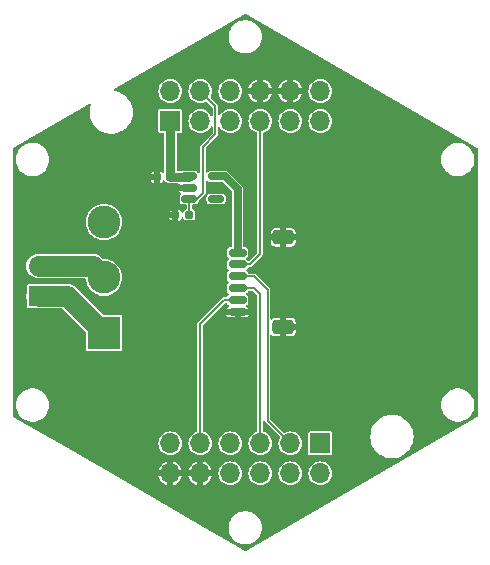
<source format=gbr>
%TF.GenerationSoftware,KiCad,Pcbnew,7.0.5*%
%TF.CreationDate,2024-01-24T02:21:01-05:00*%
%TF.ProjectId,LORA_ADAPTER,4c4f5241-5f41-4444-9150-5445522e6b69,rev?*%
%TF.SameCoordinates,Original*%
%TF.FileFunction,Copper,L1,Top*%
%TF.FilePolarity,Positive*%
%FSLAX46Y46*%
G04 Gerber Fmt 4.6, Leading zero omitted, Abs format (unit mm)*
G04 Created by KiCad (PCBNEW 7.0.5) date 2024-01-24 02:21:01*
%MOMM*%
%LPD*%
G01*
G04 APERTURE LIST*
G04 Aperture macros list*
%AMRoundRect*
0 Rectangle with rounded corners*
0 $1 Rounding radius*
0 $2 $3 $4 $5 $6 $7 $8 $9 X,Y pos of 4 corners*
0 Add a 4 corners polygon primitive as box body*
4,1,4,$2,$3,$4,$5,$6,$7,$8,$9,$2,$3,0*
0 Add four circle primitives for the rounded corners*
1,1,$1+$1,$2,$3*
1,1,$1+$1,$4,$5*
1,1,$1+$1,$6,$7*
1,1,$1+$1,$8,$9*
0 Add four rect primitives between the rounded corners*
20,1,$1+$1,$2,$3,$4,$5,0*
20,1,$1+$1,$4,$5,$6,$7,0*
20,1,$1+$1,$6,$7,$8,$9,0*
20,1,$1+$1,$8,$9,$2,$3,0*%
G04 Aperture macros list end*
%TA.AperFunction,ComponentPad*%
%ADD10R,1.700000X1.700000*%
%TD*%
%TA.AperFunction,ComponentPad*%
%ADD11O,1.700000X1.700000*%
%TD*%
%TA.AperFunction,SMDPad,CuDef*%
%ADD12RoundRect,0.150000X0.625000X-0.150000X0.625000X0.150000X-0.625000X0.150000X-0.625000X-0.150000X0*%
%TD*%
%TA.AperFunction,SMDPad,CuDef*%
%ADD13RoundRect,0.250000X0.650000X-0.350000X0.650000X0.350000X-0.650000X0.350000X-0.650000X-0.350000X0*%
%TD*%
%TA.AperFunction,SMDPad,CuDef*%
%ADD14RoundRect,0.150000X-0.512500X-0.150000X0.512500X-0.150000X0.512500X0.150000X-0.512500X0.150000X0*%
%TD*%
%TA.AperFunction,SMDPad,CuDef*%
%ADD15RoundRect,0.160000X0.197500X0.160000X-0.197500X0.160000X-0.197500X-0.160000X0.197500X-0.160000X0*%
%TD*%
%TA.AperFunction,ComponentPad*%
%ADD16R,2.775000X2.775000*%
%TD*%
%TA.AperFunction,ComponentPad*%
%ADD17C,2.775000*%
%TD*%
%TA.AperFunction,SMDPad,CuDef*%
%ADD18RoundRect,0.155000X0.212500X0.155000X-0.212500X0.155000X-0.212500X-0.155000X0.212500X-0.155000X0*%
%TD*%
%TA.AperFunction,ViaPad*%
%ADD19C,0.660400*%
%TD*%
%TA.AperFunction,Conductor*%
%ADD20C,1.778000*%
%TD*%
%TA.AperFunction,Conductor*%
%ADD21C,0.152400*%
%TD*%
%TA.AperFunction,Conductor*%
%ADD22C,0.762000*%
%TD*%
%TA.AperFunction,Conductor*%
%ADD23C,0.635000*%
%TD*%
G04 APERTURE END LIST*
D10*
%TO.P,J4,1,Pin_1*%
%TO.N,Net-(J4-Pin_1)*%
X132660000Y-101273621D03*
D11*
%TO.P,J4,2,Pin_2*%
%TO.N,Net-(J4-Pin_2)*%
X132660000Y-98733621D03*
%TD*%
D12*
%TO.P,J3,1,1*%
%TO.N,GND*%
X149510000Y-102604610D03*
%TO.P,J3,2,2*%
%TO.N,/MISO*%
X149510000Y-101604610D03*
%TO.P,J3,3,3*%
%TO.N,/SCK*%
X149510000Y-100604610D03*
%TO.P,J3,4,4*%
%TO.N,/MOSI*%
X149510000Y-99604610D03*
%TO.P,J3,5,5*%
%TO.N,/LoRa_CS*%
X149510000Y-98604610D03*
%TO.P,J3,6,6*%
%TO.N,+3V3*%
X149510000Y-97604610D03*
D13*
%TO.P,J3,MP,MP*%
%TO.N,GND*%
X153385000Y-103904610D03*
X153385000Y-96304610D03*
%TD*%
D14*
%TO.P,U9,1,VIN*%
%TO.N,/VBAT*%
X145422500Y-91148621D03*
%TO.P,U9,2,GND*%
%TO.N,GND*%
X145422500Y-92098621D03*
%TO.P,U9,3,EN*%
%TO.N,/A3*%
X145422500Y-93048621D03*
%TO.P,U9,4,NC*%
%TO.N,unconnected-(U9-NC-Pad4)*%
X147697500Y-93048621D03*
%TO.P,U9,5,VOUT*%
%TO.N,+3V3*%
X147697500Y-91148621D03*
%TD*%
D10*
%TO.P,J1,1,Pin_1*%
%TO.N,/VBAT*%
X143810000Y-86465599D03*
D11*
%TO.P,J1,2,Pin_2*%
%TO.N,/D8*%
X143810000Y-83925599D03*
%TO.P,J1,3,Pin_3*%
%TO.N,/A5*%
X146350000Y-86465599D03*
%TO.P,J1,4,Pin_4*%
%TO.N,/A3*%
X146350000Y-83925599D03*
%TO.P,J1,5,Pin_5*%
%TO.N,+5V*%
X148890000Y-86465599D03*
%TO.P,J1,6,Pin_6*%
%TO.N,/A2*%
X148890000Y-83925599D03*
%TO.P,J1,7,Pin_7*%
%TO.N,/LoRa_CS*%
X151430000Y-86465599D03*
%TO.P,J1,8,Pin_8*%
%TO.N,GND*%
X151430000Y-83925599D03*
%TO.P,J1,9,Pin_9*%
%TO.N,/BURN_EN*%
X153970000Y-86465599D03*
%TO.P,J1,10,Pin_10*%
%TO.N,GND*%
X153970000Y-83925599D03*
%TO.P,J1,11,Pin_11*%
%TO.N,/SDA*%
X156510000Y-86465599D03*
%TO.P,J1,12,Pin_12*%
%TO.N,/SCL*%
X156510000Y-83925599D03*
%TD*%
D15*
%TO.P,R1,1*%
%TO.N,/A3*%
X145432500Y-94398621D03*
%TO.P,R1,2*%
%TO.N,GND*%
X144237500Y-94398621D03*
%TD*%
D10*
%TO.P,J2,1,Pin_1*%
%TO.N,/D12*%
X156510000Y-113743621D03*
D11*
%TO.P,J2,2,Pin_2*%
%TO.N,/D10*%
X156510000Y-116283621D03*
%TO.P,J2,3,Pin_3*%
%TO.N,/MOSI*%
X153970000Y-113743621D03*
%TO.P,J2,4,Pin_4*%
%TO.N,/D1*%
X153970000Y-116283621D03*
%TO.P,J2,5,Pin_5*%
%TO.N,/SCK*%
X151430000Y-113743621D03*
%TO.P,J2,6,Pin_6*%
%TO.N,/D3*%
X151430000Y-116283621D03*
%TO.P,J2,7,Pin_7*%
%TO.N,/D2*%
X148890000Y-113743621D03*
%TO.P,J2,8,Pin_8*%
%TO.N,/A4*%
X148890000Y-116283621D03*
%TO.P,J2,9,Pin_9*%
%TO.N,/MISO*%
X146350000Y-113743621D03*
%TO.P,J2,10,Pin_10*%
%TO.N,GND*%
X146350000Y-116283621D03*
%TO.P,J2,11,Pin_11*%
%TO.N,/BAT_BR*%
X143810000Y-113743621D03*
%TO.P,J2,12,Pin_12*%
%TO.N,GND*%
X143810000Y-116283621D03*
%TD*%
D16*
%TO.P,S1,1*%
%TO.N,Net-(J4-Pin_1)*%
X138210000Y-104404610D03*
D17*
%TO.P,S1,2*%
%TO.N,Net-(J4-Pin_2)*%
X138210000Y-99704610D03*
%TO.P,S1,3*%
%TO.N,unconnected-(S1-Pad3)*%
X138210000Y-95004610D03*
%TD*%
D18*
%TO.P,C9,1*%
%TO.N,/VBAT*%
X143827500Y-91198621D03*
%TO.P,C9,2*%
%TO.N,GND*%
X142692500Y-91198621D03*
%TD*%
D19*
%TO.N,GND*%
X162660000Y-110698621D03*
X160160000Y-110698621D03*
X137660000Y-90698621D03*
X160160000Y-113198621D03*
X132660000Y-108198621D03*
X160160000Y-103198621D03*
X152160000Y-118198621D03*
X165160000Y-105698621D03*
X160160000Y-88198621D03*
X142660000Y-108198621D03*
X157660000Y-110698621D03*
X165160000Y-88198621D03*
X150160000Y-82198621D03*
X147660000Y-98198621D03*
X167660000Y-93198621D03*
X132660000Y-93198621D03*
X145160000Y-98198621D03*
X157660000Y-90698621D03*
X167660000Y-98198621D03*
X142660000Y-103198621D03*
X157660000Y-103198621D03*
X157660000Y-100698621D03*
X137660000Y-110698621D03*
X165160000Y-98198621D03*
X140160000Y-90698621D03*
X153160000Y-108198621D03*
X135160000Y-88198621D03*
X140160000Y-110698621D03*
X165160000Y-95698621D03*
X160160000Y-115698621D03*
X135160000Y-90698621D03*
X142660000Y-105698621D03*
X142660000Y-110698621D03*
X160160000Y-90698621D03*
X145160000Y-105698621D03*
X165160000Y-103198621D03*
X154160000Y-80198621D03*
X146160000Y-82198621D03*
X165160000Y-110698621D03*
X146160000Y-80198621D03*
X160160000Y-98198621D03*
X147660000Y-95698621D03*
X140160000Y-115698621D03*
X146160000Y-118198621D03*
X156160000Y-82198621D03*
X157660000Y-93198621D03*
X148160000Y-108198621D03*
X162660000Y-105698621D03*
X155160000Y-90698621D03*
X142660000Y-98198621D03*
X145160000Y-100698621D03*
X160160000Y-95698621D03*
X154160000Y-82198621D03*
X140160000Y-113198621D03*
X160160000Y-100698621D03*
X157660000Y-108198621D03*
X154160000Y-119698621D03*
X162660000Y-100698621D03*
X162660000Y-103198621D03*
X154160000Y-118198621D03*
X153160000Y-106198621D03*
X142660000Y-95698621D03*
X152660000Y-90698621D03*
X162660000Y-108198621D03*
X150160000Y-110198621D03*
X148160000Y-82198621D03*
X165160000Y-93198621D03*
X157660000Y-105698621D03*
X145160000Y-103198621D03*
X162660000Y-95698621D03*
X157660000Y-98198621D03*
X167660000Y-100698621D03*
X162660000Y-93198621D03*
X155160000Y-106198621D03*
X137660000Y-113198621D03*
X135160000Y-113198621D03*
X148160000Y-110198621D03*
X167660000Y-95698621D03*
X142660000Y-100698621D03*
X145160000Y-108198621D03*
X148160000Y-106198621D03*
X140160000Y-88198621D03*
X160160000Y-108198621D03*
X157660000Y-95698621D03*
X144160000Y-82198621D03*
X148160000Y-118198621D03*
X156160000Y-118198621D03*
X162660000Y-85698621D03*
X165160000Y-108198621D03*
X135160000Y-110698621D03*
X155160000Y-108198621D03*
X137660000Y-88198621D03*
X146160000Y-119698621D03*
X150160000Y-106198621D03*
X162660000Y-90698621D03*
X160160000Y-85698621D03*
X162660000Y-98198621D03*
X165160000Y-90698621D03*
X155160000Y-93198621D03*
X165160000Y-100698621D03*
X160160000Y-93198621D03*
X152160000Y-82198621D03*
X150160000Y-118198621D03*
X162660000Y-88198621D03*
X144160000Y-118198621D03*
X152660000Y-93198621D03*
X150160000Y-108198621D03*
X132660000Y-105698621D03*
X145160000Y-110698621D03*
X153160000Y-110198621D03*
X167660000Y-103198621D03*
X167660000Y-105698621D03*
X155160000Y-110198621D03*
X160160000Y-105698621D03*
%TD*%
D20*
%TO.N,Net-(J4-Pin_1)*%
X135079011Y-101273621D02*
X138210000Y-104404610D01*
X132660000Y-101273621D02*
X135079011Y-101273621D01*
%TO.N,Net-(J4-Pin_2)*%
X137239011Y-98733621D02*
X138210000Y-99704610D01*
X132660000Y-98733621D02*
X137239011Y-98733621D01*
D21*
%TO.N,/LoRa_CS*%
X150529011Y-98604610D02*
X149510000Y-98604610D01*
X151430000Y-86465599D02*
X151430000Y-97703621D01*
X151430000Y-97703621D02*
X150529011Y-98604610D01*
D22*
%TO.N,/VBAT*%
X143827500Y-91198621D02*
X145372500Y-91198621D01*
X143810000Y-86465599D02*
X143810000Y-91181121D01*
X143810000Y-91181121D02*
X143827500Y-91198621D01*
D23*
%TO.N,+3V3*%
X149510000Y-97604610D02*
X149510000Y-92248621D01*
X148410000Y-91148621D02*
X147697500Y-91148621D01*
X149510000Y-92248621D02*
X148410000Y-91148621D01*
D21*
%TO.N,/A3*%
X147635000Y-85210599D02*
X146350000Y-83925599D01*
X145432500Y-94398621D02*
X145432500Y-93058621D01*
X147635000Y-87598621D02*
X147635000Y-85210599D01*
X145422500Y-93048621D02*
X146060000Y-93048621D01*
X146060000Y-93048621D02*
X146585000Y-92523621D01*
X146585000Y-92523621D02*
X146585000Y-88648621D01*
X145432500Y-93058621D02*
X145422500Y-93048621D01*
X146585000Y-88648621D02*
X147635000Y-87598621D01*
%TO.N,/MOSI*%
X152050000Y-100738621D02*
X152050000Y-111823621D01*
X152050000Y-111823621D02*
X153970000Y-113743621D01*
X150915989Y-99604610D02*
X152050000Y-100738621D01*
X149510000Y-99604610D02*
X150915989Y-99604610D01*
%TO.N,/SCK*%
X151430000Y-113743621D02*
X151430000Y-101143621D01*
X150890989Y-100604610D02*
X149510000Y-100604610D01*
X151430000Y-101143621D02*
X150890989Y-100604610D01*
%TO.N,/MISO*%
X146350000Y-103633621D02*
X146350000Y-113743621D01*
X148379011Y-101604610D02*
X146350000Y-103633621D01*
X149510000Y-101604610D02*
X148379011Y-101604610D01*
%TD*%
%TA.AperFunction,Conductor*%
%TO.N,GND*%
G36*
X150203946Y-77388502D02*
G01*
X169810750Y-88708494D01*
X169849399Y-88754554D01*
X169854700Y-88784618D01*
X169854700Y-111424599D01*
X169834135Y-111481100D01*
X169810750Y-111500723D01*
X150203949Y-122820715D01*
X150144735Y-122831156D01*
X150116049Y-122820715D01*
X149138254Y-122256185D01*
X146770601Y-120889220D01*
X148749884Y-120889220D01*
X148769115Y-121121316D01*
X148769116Y-121121322D01*
X148826286Y-121347080D01*
X148826289Y-121347088D01*
X148897987Y-121510541D01*
X148919840Y-121560361D01*
X148919844Y-121560367D01*
X149047215Y-121755325D01*
X149047216Y-121755327D01*
X149047220Y-121755331D01*
X149204954Y-121926676D01*
X149388740Y-122069722D01*
X149593563Y-122180567D01*
X149813837Y-122256187D01*
X149813839Y-122256187D01*
X149813841Y-122256188D01*
X150043550Y-122294520D01*
X150043554Y-122294520D01*
X150276450Y-122294520D01*
X150506158Y-122256188D01*
X150506158Y-122256187D01*
X150506163Y-122256187D01*
X150726437Y-122180567D01*
X150931260Y-122069722D01*
X151115046Y-121926676D01*
X151272780Y-121755331D01*
X151400160Y-121560361D01*
X151493712Y-121347084D01*
X151550884Y-121121317D01*
X151570116Y-120889220D01*
X151550884Y-120657123D01*
X151550883Y-120657117D01*
X151493713Y-120431359D01*
X151493710Y-120431351D01*
X151400164Y-120218089D01*
X151400160Y-120218079D01*
X151319435Y-120094520D01*
X151272784Y-120023114D01*
X151272783Y-120023112D01*
X151115050Y-119851768D01*
X151115048Y-119851767D01*
X151115046Y-119851764D01*
X150931260Y-119708718D01*
X150726437Y-119597873D01*
X150726433Y-119597871D01*
X150726430Y-119597870D01*
X150506167Y-119522254D01*
X150506158Y-119522251D01*
X150276450Y-119483920D01*
X150276446Y-119483920D01*
X150043554Y-119483920D01*
X150043550Y-119483920D01*
X149813841Y-119522251D01*
X149813832Y-119522254D01*
X149593569Y-119597870D01*
X149388740Y-119708718D01*
X149204949Y-119851768D01*
X149047216Y-120023112D01*
X149047215Y-120023114D01*
X148919844Y-120218072D01*
X148919835Y-120218089D01*
X148826289Y-120431351D01*
X148826286Y-120431359D01*
X148769116Y-120657117D01*
X148769115Y-120657123D01*
X148749884Y-120889220D01*
X146770601Y-120889220D01*
X138353527Y-116029620D01*
X142813001Y-116029620D01*
X142813002Y-116029621D01*
X143378884Y-116029621D01*
X143350507Y-116073777D01*
X143310000Y-116211732D01*
X143310000Y-116355510D01*
X143350507Y-116493465D01*
X143378884Y-116537621D01*
X142813002Y-116537621D01*
X142855840Y-116678841D01*
X142855840Y-116678843D01*
X142951281Y-116857399D01*
X143079717Y-117013899D01*
X143079721Y-117013903D01*
X143236221Y-117142339D01*
X143414778Y-117237780D01*
X143555999Y-117280619D01*
X143556000Y-117280619D01*
X143556000Y-116717295D01*
X143667685Y-116768301D01*
X143774237Y-116783621D01*
X143845763Y-116783621D01*
X143952315Y-116768301D01*
X144064000Y-116717295D01*
X144064000Y-117280619D01*
X144205220Y-117237780D01*
X144205222Y-117237780D01*
X144383778Y-117142339D01*
X144540278Y-117013903D01*
X144540282Y-117013899D01*
X144668718Y-116857399D01*
X144764159Y-116678843D01*
X144764159Y-116678841D01*
X144806998Y-116537621D01*
X144241116Y-116537621D01*
X144269493Y-116493465D01*
X144310000Y-116355510D01*
X144310000Y-116211732D01*
X144269493Y-116073777D01*
X144241116Y-116029621D01*
X144806998Y-116029621D01*
X144806998Y-116029620D01*
X145353001Y-116029620D01*
X145353002Y-116029621D01*
X145918884Y-116029621D01*
X145890507Y-116073777D01*
X145850000Y-116211732D01*
X145850000Y-116355510D01*
X145890507Y-116493465D01*
X145918884Y-116537621D01*
X145353002Y-116537621D01*
X145395840Y-116678841D01*
X145395840Y-116678843D01*
X145491281Y-116857399D01*
X145619717Y-117013899D01*
X145619721Y-117013903D01*
X145776221Y-117142339D01*
X145954778Y-117237780D01*
X146095999Y-117280619D01*
X146096000Y-117280618D01*
X146096000Y-116717295D01*
X146207685Y-116768301D01*
X146314237Y-116783621D01*
X146385763Y-116783621D01*
X146492315Y-116768301D01*
X146604000Y-116717295D01*
X146604000Y-117280619D01*
X146745220Y-117237780D01*
X146745222Y-117237780D01*
X146923778Y-117142339D01*
X147080278Y-117013903D01*
X147080282Y-117013899D01*
X147208718Y-116857399D01*
X147304159Y-116678843D01*
X147304159Y-116678841D01*
X147346998Y-116537621D01*
X146781116Y-116537621D01*
X146809493Y-116493465D01*
X146850000Y-116355510D01*
X146850000Y-116283621D01*
X147882247Y-116283621D01*
X147901612Y-116480230D01*
X147958957Y-116669269D01*
X147958958Y-116669271D01*
X148052084Y-116843499D01*
X148177411Y-116996210D01*
X148330122Y-117121537D01*
X148504350Y-117214663D01*
X148693397Y-117272010D01*
X148890000Y-117291374D01*
X149086603Y-117272010D01*
X149275650Y-117214663D01*
X149449878Y-117121537D01*
X149602589Y-116996210D01*
X149727916Y-116843499D01*
X149821042Y-116669271D01*
X149878389Y-116480224D01*
X149897753Y-116283621D01*
X150422247Y-116283621D01*
X150441612Y-116480230D01*
X150498957Y-116669269D01*
X150498958Y-116669271D01*
X150592084Y-116843499D01*
X150717411Y-116996210D01*
X150870122Y-117121537D01*
X151044350Y-117214663D01*
X151233397Y-117272010D01*
X151430000Y-117291374D01*
X151626603Y-117272010D01*
X151815650Y-117214663D01*
X151989878Y-117121537D01*
X152142589Y-116996210D01*
X152267916Y-116843499D01*
X152361042Y-116669271D01*
X152418389Y-116480224D01*
X152437753Y-116283621D01*
X152962247Y-116283621D01*
X152981612Y-116480230D01*
X153038957Y-116669269D01*
X153038958Y-116669271D01*
X153132084Y-116843499D01*
X153257411Y-116996210D01*
X153410122Y-117121537D01*
X153584350Y-117214663D01*
X153773397Y-117272010D01*
X153970000Y-117291374D01*
X154166603Y-117272010D01*
X154355650Y-117214663D01*
X154529878Y-117121537D01*
X154682589Y-116996210D01*
X154807916Y-116843499D01*
X154901042Y-116669271D01*
X154958389Y-116480224D01*
X154977753Y-116283621D01*
X155502247Y-116283621D01*
X155521612Y-116480230D01*
X155578957Y-116669269D01*
X155578958Y-116669271D01*
X155672084Y-116843499D01*
X155797411Y-116996210D01*
X155950122Y-117121537D01*
X156124350Y-117214663D01*
X156313397Y-117272010D01*
X156510000Y-117291374D01*
X156706603Y-117272010D01*
X156895650Y-117214663D01*
X157069878Y-117121537D01*
X157222589Y-116996210D01*
X157347916Y-116843499D01*
X157441042Y-116669271D01*
X157498389Y-116480224D01*
X157517753Y-116283621D01*
X157498389Y-116087018D01*
X157441042Y-115897971D01*
X157347916Y-115723743D01*
X157222589Y-115571032D01*
X157069878Y-115445705D01*
X156895650Y-115352579D01*
X156895649Y-115352578D01*
X156895648Y-115352578D01*
X156706609Y-115295233D01*
X156706604Y-115295232D01*
X156706603Y-115295232D01*
X156510000Y-115275868D01*
X156509999Y-115275868D01*
X156462657Y-115280530D01*
X156313397Y-115295232D01*
X156313395Y-115295232D01*
X156313390Y-115295233D01*
X156124351Y-115352578D01*
X155950121Y-115445705D01*
X155797413Y-115571030D01*
X155797409Y-115571034D01*
X155672084Y-115723742D01*
X155578957Y-115897972D01*
X155521612Y-116087011D01*
X155502247Y-116283621D01*
X154977753Y-116283621D01*
X154958389Y-116087018D01*
X154901042Y-115897971D01*
X154807916Y-115723743D01*
X154682589Y-115571032D01*
X154529878Y-115445705D01*
X154355650Y-115352579D01*
X154355649Y-115352578D01*
X154355648Y-115352578D01*
X154166609Y-115295233D01*
X154166604Y-115295232D01*
X154166603Y-115295232D01*
X153970000Y-115275868D01*
X153773397Y-115295232D01*
X153773395Y-115295232D01*
X153773390Y-115295233D01*
X153584351Y-115352578D01*
X153410121Y-115445705D01*
X153257413Y-115571030D01*
X153257409Y-115571034D01*
X153132084Y-115723742D01*
X153038957Y-115897972D01*
X152981612Y-116087011D01*
X152962247Y-116283621D01*
X152437753Y-116283621D01*
X152418389Y-116087018D01*
X152361042Y-115897971D01*
X152267916Y-115723743D01*
X152142589Y-115571032D01*
X151989878Y-115445705D01*
X151815650Y-115352579D01*
X151815649Y-115352578D01*
X151815648Y-115352578D01*
X151626609Y-115295233D01*
X151626604Y-115295232D01*
X151626603Y-115295232D01*
X151430000Y-115275868D01*
X151429999Y-115275868D01*
X151382657Y-115280530D01*
X151233397Y-115295232D01*
X151233395Y-115295232D01*
X151233390Y-115295233D01*
X151044351Y-115352578D01*
X150870121Y-115445705D01*
X150717413Y-115571030D01*
X150717409Y-115571034D01*
X150592084Y-115723742D01*
X150498957Y-115897972D01*
X150441612Y-116087011D01*
X150422247Y-116283621D01*
X149897753Y-116283621D01*
X149878389Y-116087018D01*
X149821042Y-115897971D01*
X149727916Y-115723743D01*
X149602589Y-115571032D01*
X149449878Y-115445705D01*
X149275650Y-115352579D01*
X149275649Y-115352578D01*
X149275648Y-115352578D01*
X149086609Y-115295233D01*
X149086604Y-115295232D01*
X149086603Y-115295232D01*
X148890000Y-115275868D01*
X148889999Y-115275868D01*
X148842657Y-115280530D01*
X148693397Y-115295232D01*
X148693395Y-115295232D01*
X148693390Y-115295233D01*
X148504351Y-115352578D01*
X148330121Y-115445705D01*
X148177413Y-115571030D01*
X148177409Y-115571034D01*
X148052084Y-115723742D01*
X147958957Y-115897972D01*
X147901612Y-116087011D01*
X147882247Y-116283621D01*
X146850000Y-116283621D01*
X146850000Y-116211732D01*
X146809493Y-116073777D01*
X146781116Y-116029621D01*
X147346998Y-116029621D01*
X147346998Y-116029620D01*
X147304159Y-115888400D01*
X147304159Y-115888398D01*
X147208718Y-115709842D01*
X147080282Y-115553342D01*
X147080278Y-115553338D01*
X146923778Y-115424902D01*
X146745225Y-115329463D01*
X146604000Y-115286622D01*
X146604000Y-115849946D01*
X146492315Y-115798941D01*
X146385763Y-115783621D01*
X146314237Y-115783621D01*
X146207685Y-115798941D01*
X146096000Y-115849946D01*
X146096000Y-115286622D01*
X145954774Y-115329463D01*
X145776221Y-115424902D01*
X145619721Y-115553338D01*
X145619717Y-115553342D01*
X145491281Y-115709842D01*
X145395840Y-115888398D01*
X145395840Y-115888400D01*
X145353001Y-116029620D01*
X144806998Y-116029620D01*
X144764159Y-115888400D01*
X144764159Y-115888398D01*
X144668718Y-115709842D01*
X144540282Y-115553342D01*
X144540278Y-115553338D01*
X144383778Y-115424902D01*
X144205225Y-115329463D01*
X144064000Y-115286622D01*
X144064000Y-115849946D01*
X143952315Y-115798941D01*
X143845763Y-115783621D01*
X143774237Y-115783621D01*
X143667685Y-115798941D01*
X143556000Y-115849946D01*
X143556000Y-115286622D01*
X143414774Y-115329463D01*
X143236221Y-115424902D01*
X143079721Y-115553338D01*
X143079717Y-115553342D01*
X142951281Y-115709842D01*
X142855840Y-115888398D01*
X142855840Y-115888400D01*
X142813001Y-116029620D01*
X138353527Y-116029620D01*
X134394061Y-113743621D01*
X142802247Y-113743621D01*
X142821612Y-113940230D01*
X142870186Y-114100355D01*
X142878958Y-114129271D01*
X142972084Y-114303499D01*
X143097411Y-114456210D01*
X143250122Y-114581537D01*
X143424350Y-114674663D01*
X143613397Y-114732010D01*
X143810000Y-114751374D01*
X144006603Y-114732010D01*
X144195650Y-114674663D01*
X144369878Y-114581537D01*
X144522589Y-114456210D01*
X144647916Y-114303499D01*
X144741042Y-114129271D01*
X144798389Y-113940224D01*
X144817753Y-113743621D01*
X144798389Y-113547018D01*
X144741042Y-113357971D01*
X144647916Y-113183743D01*
X144522589Y-113031032D01*
X144369878Y-112905705D01*
X144195650Y-112812579D01*
X144195649Y-112812578D01*
X144195648Y-112812578D01*
X144006609Y-112755233D01*
X144006604Y-112755232D01*
X144006603Y-112755232D01*
X143810000Y-112735868D01*
X143613397Y-112755232D01*
X143613395Y-112755232D01*
X143613390Y-112755233D01*
X143424351Y-112812578D01*
X143250121Y-112905705D01*
X143097413Y-113031030D01*
X143097409Y-113031034D01*
X142972084Y-113183742D01*
X142878957Y-113357972D01*
X142821612Y-113547011D01*
X142802247Y-113743621D01*
X134394061Y-113743621D01*
X130509248Y-111500723D01*
X130470600Y-111454664D01*
X130465300Y-111424605D01*
X130465300Y-110496915D01*
X130749884Y-110496915D01*
X130769115Y-110729011D01*
X130769116Y-110729017D01*
X130826286Y-110954775D01*
X130826289Y-110954783D01*
X130897987Y-111118236D01*
X130919840Y-111168056D01*
X130919844Y-111168062D01*
X131047215Y-111363020D01*
X131047216Y-111363022D01*
X131173979Y-111500724D01*
X131204954Y-111534371D01*
X131388740Y-111677417D01*
X131593563Y-111788262D01*
X131813837Y-111863882D01*
X131813839Y-111863882D01*
X131813841Y-111863883D01*
X132043550Y-111902215D01*
X132043554Y-111902215D01*
X132276450Y-111902215D01*
X132506158Y-111863883D01*
X132506158Y-111863882D01*
X132506163Y-111863882D01*
X132726437Y-111788262D01*
X132931260Y-111677417D01*
X133115046Y-111534371D01*
X133272780Y-111363026D01*
X133400160Y-111168056D01*
X133493712Y-110954779D01*
X133550884Y-110729012D01*
X133570116Y-110496915D01*
X133550884Y-110264818D01*
X133550883Y-110264812D01*
X133493713Y-110039054D01*
X133493710Y-110039046D01*
X133400164Y-109825784D01*
X133400160Y-109825774D01*
X133319435Y-109702215D01*
X133272784Y-109630809D01*
X133272783Y-109630807D01*
X133115050Y-109459463D01*
X133115048Y-109459462D01*
X133115046Y-109459459D01*
X132931260Y-109316413D01*
X132726437Y-109205568D01*
X132726433Y-109205566D01*
X132726430Y-109205565D01*
X132506167Y-109129949D01*
X132506158Y-109129946D01*
X132276450Y-109091615D01*
X132276446Y-109091615D01*
X132043554Y-109091615D01*
X132043550Y-109091615D01*
X131813841Y-109129946D01*
X131813832Y-109129949D01*
X131593569Y-109205565D01*
X131388740Y-109316413D01*
X131204949Y-109459463D01*
X131047216Y-109630807D01*
X131047215Y-109630809D01*
X130919844Y-109825767D01*
X130919835Y-109825784D01*
X130826289Y-110039046D01*
X130826286Y-110039054D01*
X130769116Y-110264812D01*
X130769115Y-110264818D01*
X130749884Y-110496915D01*
X130465300Y-110496915D01*
X130465300Y-101273621D01*
X131613059Y-101273621D01*
X131633176Y-101477870D01*
X131633178Y-101477877D01*
X131653315Y-101544259D01*
X131657100Y-101569775D01*
X131657100Y-102138679D01*
X131663544Y-102171072D01*
X131665972Y-102183279D01*
X131699766Y-102233855D01*
X131716701Y-102245171D01*
X131750341Y-102267649D01*
X131757741Y-102269120D01*
X131794943Y-102276521D01*
X132363844Y-102276520D01*
X132389360Y-102280305D01*
X132420304Y-102289691D01*
X132455752Y-102300445D01*
X132608819Y-102315521D01*
X134611032Y-102315521D01*
X134667533Y-102336086D01*
X134673187Y-102341266D01*
X136643855Y-104311934D01*
X136669266Y-104366428D01*
X136669600Y-104374089D01*
X136669600Y-105807168D01*
X136678472Y-105851768D01*
X136712266Y-105902344D01*
X136729201Y-105913660D01*
X136762841Y-105936138D01*
X136770241Y-105937609D01*
X136807443Y-105945010D01*
X139612556Y-105945009D01*
X139612558Y-105945009D01*
X139625250Y-105942484D01*
X139657158Y-105936138D01*
X139707734Y-105902344D01*
X139741528Y-105851768D01*
X139750400Y-105807167D01*
X139750399Y-103002054D01*
X139750399Y-103002051D01*
X139746611Y-102983012D01*
X139741528Y-102957452D01*
X139707734Y-102906876D01*
X139707502Y-102906721D01*
X139657158Y-102873081D01*
X139619956Y-102865681D01*
X139612557Y-102864210D01*
X139612556Y-102864210D01*
X138179479Y-102864210D01*
X138122978Y-102843645D01*
X138117324Y-102838465D01*
X135853462Y-100574602D01*
X135850564Y-100571404D01*
X135819312Y-100533325D01*
X135819310Y-100533322D01*
X135660660Y-100403121D01*
X135479658Y-100306374D01*
X135479657Y-100306373D01*
X135479656Y-100306373D01*
X135413348Y-100286259D01*
X135283266Y-100246798D01*
X135283261Y-100246797D01*
X135283260Y-100246797D01*
X135079011Y-100226680D01*
X135079010Y-100226680D01*
X135029976Y-100231509D01*
X135025666Y-100231721D01*
X132608819Y-100231721D01*
X132494018Y-100243028D01*
X132455750Y-100246797D01*
X132455740Y-100246799D01*
X132389359Y-100266936D01*
X132363844Y-100270721D01*
X131794941Y-100270721D01*
X131750341Y-100279593D01*
X131699767Y-100313386D01*
X131699764Y-100313389D01*
X131665971Y-100363962D01*
X131657100Y-100408564D01*
X131657100Y-100977466D01*
X131653315Y-101002982D01*
X131633178Y-101069364D01*
X131633176Y-101069371D01*
X131613059Y-101273621D01*
X130465300Y-101273621D01*
X130465300Y-98733621D01*
X131613059Y-98733621D01*
X131632278Y-98928755D01*
X131633177Y-98937875D01*
X131692752Y-99134266D01*
X131692753Y-99134268D01*
X131789500Y-99315270D01*
X131919701Y-99473920D01*
X132078351Y-99604121D01*
X132259353Y-99700868D01*
X132455752Y-99760445D01*
X132608819Y-99775521D01*
X136589164Y-99775521D01*
X136645665Y-99796086D01*
X136675729Y-99848157D01*
X136676793Y-99856524D01*
X136683861Y-99946328D01*
X136683862Y-99946335D01*
X136740462Y-100182092D01*
X136791942Y-100306373D01*
X136832016Y-100403121D01*
X136833249Y-100406096D01*
X136833254Y-100406106D01*
X136959937Y-100612834D01*
X137117400Y-100797200D01*
X137117409Y-100797209D01*
X137202551Y-100869927D01*
X137301776Y-100954673D01*
X137508511Y-101081360D01*
X137657849Y-101143218D01*
X137732517Y-101174147D01*
X137968274Y-101230747D01*
X137968275Y-101230747D01*
X137968283Y-101230749D01*
X138210000Y-101249773D01*
X138451717Y-101230749D01*
X138687482Y-101174147D01*
X138911489Y-101081360D01*
X139118224Y-100954673D01*
X139302595Y-100797205D01*
X139460063Y-100612834D01*
X139586750Y-100406099D01*
X139679537Y-100182092D01*
X139736139Y-99946327D01*
X139755163Y-99704610D01*
X139754868Y-99700868D01*
X139747254Y-99604120D01*
X139736139Y-99462893D01*
X139724671Y-99415124D01*
X139679537Y-99227127D01*
X139612727Y-99065835D01*
X139586750Y-99003121D01*
X139460063Y-98796386D01*
X139406457Y-98733621D01*
X139302599Y-98612019D01*
X139302590Y-98612010D01*
X139118224Y-98454547D01*
X138911496Y-98327864D01*
X138911493Y-98327862D01*
X138911489Y-98327860D01*
X138810974Y-98286225D01*
X138687482Y-98235072D01*
X138451725Y-98178472D01*
X138451718Y-98178471D01*
X138210000Y-98159447D01*
X138209998Y-98159447D01*
X138183933Y-98161498D01*
X138125993Y-98145429D01*
X138114883Y-98136024D01*
X138013462Y-98034602D01*
X138010564Y-98031404D01*
X137979312Y-97993325D01*
X137979310Y-97993322D01*
X137820660Y-97863121D01*
X137749638Y-97825159D01*
X137639662Y-97766376D01*
X137639661Y-97766375D01*
X137639658Y-97766374D01*
X137593322Y-97752318D01*
X137593321Y-97752317D01*
X137443266Y-97706798D01*
X137443261Y-97706797D01*
X137443260Y-97706797D01*
X137239011Y-97686680D01*
X137239010Y-97686680D01*
X137189976Y-97691509D01*
X137185666Y-97691721D01*
X132608819Y-97691721D01*
X132455752Y-97706797D01*
X132455750Y-97706797D01*
X132455745Y-97706798D01*
X132259354Y-97766373D01*
X132078350Y-97863121D01*
X131919703Y-97993320D01*
X131919699Y-97993324D01*
X131789500Y-98151971D01*
X131692752Y-98332975D01*
X131633177Y-98529366D01*
X131633176Y-98529371D01*
X131633176Y-98529373D01*
X131613059Y-98733621D01*
X130465300Y-98733621D01*
X130465300Y-95004610D01*
X136664837Y-95004610D01*
X136683861Y-95246328D01*
X136683862Y-95246335D01*
X136740462Y-95482092D01*
X136833249Y-95706096D01*
X136833254Y-95706106D01*
X136959937Y-95912834D01*
X137117400Y-96097200D01*
X137117409Y-96097209D01*
X137264901Y-96223179D01*
X137301776Y-96254673D01*
X137508511Y-96381360D01*
X137657849Y-96443217D01*
X137732517Y-96474147D01*
X137968274Y-96530747D01*
X137968275Y-96530747D01*
X137968283Y-96530749D01*
X138210000Y-96549773D01*
X138451717Y-96530749D01*
X138687482Y-96474147D01*
X138911489Y-96381360D01*
X139118224Y-96254673D01*
X139302595Y-96097205D01*
X139460063Y-95912834D01*
X139586750Y-95706099D01*
X139679537Y-95482092D01*
X139736139Y-95246327D01*
X139755163Y-95004610D01*
X139736139Y-94762893D01*
X139730850Y-94740862D01*
X139709665Y-94652621D01*
X143711112Y-94652621D01*
X143759022Y-94755363D01*
X143759023Y-94755365D01*
X143843253Y-94839596D01*
X143843256Y-94839598D01*
X143951218Y-94889942D01*
X143951221Y-94889943D01*
X143983499Y-94894192D01*
X143983500Y-94894192D01*
X143983500Y-94652622D01*
X143983499Y-94652621D01*
X143711112Y-94652621D01*
X139709665Y-94652621D01*
X139679537Y-94527127D01*
X139648608Y-94452458D01*
X139586750Y-94303121D01*
X139489621Y-94144620D01*
X143711111Y-94144620D01*
X143711112Y-94144621D01*
X143983499Y-94144621D01*
X143983500Y-94144620D01*
X143983500Y-93903049D01*
X143983499Y-93903049D01*
X143951221Y-93907298D01*
X143951218Y-93907299D01*
X143843256Y-93957643D01*
X143843253Y-93957645D01*
X143759023Y-94041876D01*
X143759022Y-94041878D01*
X143711111Y-94144620D01*
X139489621Y-94144620D01*
X139460063Y-94096386D01*
X139341565Y-93957643D01*
X139302599Y-93912019D01*
X139302590Y-93912010D01*
X139118224Y-93754547D01*
X138911496Y-93627864D01*
X138911493Y-93627862D01*
X138911489Y-93627860D01*
X138867745Y-93609740D01*
X138687482Y-93535072D01*
X138451725Y-93478472D01*
X138451718Y-93478471D01*
X138210000Y-93459447D01*
X137968281Y-93478471D01*
X137968274Y-93478472D01*
X137732517Y-93535072D01*
X137508513Y-93627859D01*
X137508503Y-93627864D01*
X137301775Y-93754547D01*
X137117409Y-93912010D01*
X137117400Y-93912019D01*
X136959937Y-94096385D01*
X136833254Y-94303113D01*
X136833249Y-94303123D01*
X136740462Y-94527127D01*
X136683862Y-94762884D01*
X136683861Y-94762891D01*
X136664837Y-95004609D01*
X136664837Y-95004610D01*
X130465300Y-95004610D01*
X130465300Y-91452621D01*
X142158960Y-91452621D01*
X142203180Y-91547450D01*
X142286170Y-91630440D01*
X142392532Y-91680038D01*
X142392535Y-91680039D01*
X142438500Y-91686090D01*
X142438500Y-91452622D01*
X142438499Y-91452621D01*
X142158960Y-91452621D01*
X130465300Y-91452621D01*
X130465300Y-89712304D01*
X130749884Y-89712304D01*
X130769115Y-89944401D01*
X130769116Y-89944407D01*
X130826286Y-90170165D01*
X130826289Y-90170173D01*
X130897987Y-90333626D01*
X130919840Y-90383446D01*
X130919844Y-90383452D01*
X131047215Y-90578410D01*
X131047216Y-90578412D01*
X131201179Y-90745661D01*
X131204954Y-90749761D01*
X131388740Y-90892807D01*
X131593563Y-91003652D01*
X131813837Y-91079272D01*
X131813839Y-91079272D01*
X131813841Y-91079273D01*
X132043550Y-91117605D01*
X132043554Y-91117605D01*
X132276450Y-91117605D01*
X132506158Y-91079273D01*
X132506158Y-91079272D01*
X132506163Y-91079272D01*
X132726437Y-91003652D01*
X132835516Y-90944621D01*
X142158959Y-90944621D01*
X142438499Y-90944621D01*
X142438500Y-90944620D01*
X142438500Y-90711150D01*
X142392538Y-90717201D01*
X142392530Y-90717204D01*
X142286171Y-90766800D01*
X142203180Y-90849791D01*
X142158959Y-90944621D01*
X132835516Y-90944621D01*
X132931260Y-90892807D01*
X133115046Y-90749761D01*
X133272780Y-90578416D01*
X133400160Y-90383446D01*
X133493712Y-90170169D01*
X133550884Y-89944402D01*
X133570116Y-89712305D01*
X133550884Y-89480208D01*
X133550883Y-89480202D01*
X133493713Y-89254444D01*
X133493710Y-89254436D01*
X133400164Y-89041174D01*
X133400160Y-89041164D01*
X133319435Y-88917605D01*
X133272784Y-88846199D01*
X133272783Y-88846197D01*
X133115050Y-88674853D01*
X133115048Y-88674852D01*
X133115046Y-88674849D01*
X132931260Y-88531803D01*
X132726437Y-88420958D01*
X132726433Y-88420956D01*
X132726430Y-88420955D01*
X132506167Y-88345339D01*
X132506158Y-88345336D01*
X132276450Y-88307005D01*
X132276446Y-88307005D01*
X132043554Y-88307005D01*
X132043550Y-88307005D01*
X131813841Y-88345336D01*
X131813832Y-88345339D01*
X131593569Y-88420955D01*
X131593564Y-88420957D01*
X131593563Y-88420958D01*
X131388740Y-88531803D01*
X131379779Y-88538778D01*
X131204949Y-88674853D01*
X131047216Y-88846197D01*
X131047215Y-88846199D01*
X130919844Y-89041157D01*
X130919835Y-89041174D01*
X130826289Y-89254436D01*
X130826286Y-89254444D01*
X130769116Y-89480202D01*
X130769115Y-89480208D01*
X130749884Y-89712304D01*
X130465300Y-89712304D01*
X130465300Y-88784616D01*
X130485864Y-88728118D01*
X130509245Y-88708498D01*
X136971232Y-84977667D01*
X137030445Y-84967227D01*
X137082516Y-84997291D01*
X137103081Y-85053792D01*
X137097005Y-85085905D01*
X137060241Y-85179579D01*
X137060239Y-85179585D01*
X136999342Y-85446392D01*
X136999340Y-85446400D01*
X136978889Y-85719308D01*
X136978889Y-85719313D01*
X136999340Y-85992221D01*
X136999341Y-85992224D01*
X137060240Y-86259040D01*
X137086915Y-86327007D01*
X137160225Y-86513799D01*
X137160226Y-86513800D01*
X137297065Y-86750813D01*
X137443713Y-86934702D01*
X137467703Y-86964785D01*
X137668318Y-87150928D01*
X137668327Y-87150936D01*
X137829857Y-87261064D01*
X137894445Y-87305100D01*
X137894447Y-87305101D01*
X137894446Y-87305101D01*
X138084532Y-87396641D01*
X138141020Y-87423844D01*
X138402539Y-87504512D01*
X138673161Y-87545302D01*
X138673166Y-87545302D01*
X138946834Y-87545302D01*
X138946839Y-87545302D01*
X139217461Y-87504512D01*
X139478980Y-87423844D01*
X139672486Y-87330657D01*
X142807100Y-87330657D01*
X142815972Y-87375256D01*
X142815972Y-87375257D01*
X142849766Y-87425833D01*
X142866701Y-87437149D01*
X142900341Y-87459627D01*
X142907741Y-87461098D01*
X142944943Y-87468499D01*
X143188200Y-87468498D01*
X143244701Y-87489062D01*
X143274765Y-87541134D01*
X143276100Y-87556398D01*
X143276100Y-90731861D01*
X143255535Y-90788362D01*
X143203464Y-90818426D01*
X143144250Y-90807985D01*
X143126046Y-90794017D01*
X143098829Y-90766801D01*
X143098828Y-90766800D01*
X142992469Y-90717204D01*
X142992461Y-90717201D01*
X142946500Y-90711150D01*
X142946500Y-91686089D01*
X142992464Y-91680039D01*
X142992467Y-91680038D01*
X143098829Y-91630440D01*
X143181818Y-91547451D01*
X143193549Y-91522295D01*
X143236065Y-91479778D01*
X143295963Y-91474537D01*
X143345217Y-91509024D01*
X143353621Y-91523930D01*
X143356584Y-91530640D01*
X143437981Y-91612037D01*
X143500373Y-91639586D01*
X143549334Y-91661205D01*
X143548796Y-91662422D01*
X143557434Y-91666667D01*
X143558130Y-91665430D01*
X143563366Y-91668373D01*
X143563370Y-91668376D01*
X143582131Y-91675774D01*
X143595554Y-91682441D01*
X143612792Y-91692924D01*
X143612794Y-91692925D01*
X143649014Y-91703072D01*
X143654927Y-91704729D01*
X143659197Y-91706164D01*
X143699903Y-91722218D01*
X143719966Y-91724280D01*
X143734688Y-91727077D01*
X143754117Y-91732521D01*
X143797870Y-91732521D01*
X143802367Y-91732752D01*
X143821681Y-91734737D01*
X143845899Y-91737227D01*
X143865780Y-91733799D01*
X143880715Y-91732521D01*
X144511106Y-91732521D01*
X144567607Y-91753086D01*
X144597671Y-91805157D01*
X144593217Y-91838984D01*
X144596809Y-91844621D01*
X145588600Y-91844621D01*
X145645101Y-91865186D01*
X145675165Y-91917257D01*
X145676500Y-91932521D01*
X145676500Y-92264721D01*
X145655935Y-92321222D01*
X145603864Y-92351286D01*
X145588600Y-92352621D01*
X144596809Y-92352621D01*
X144637340Y-92439540D01*
X144637342Y-92439543D01*
X144724518Y-92526718D01*
X144722499Y-92528736D01*
X144750036Y-92568050D01*
X144744804Y-92627949D01*
X144727289Y-92652966D01*
X144655781Y-92724474D01*
X144655779Y-92724477D01*
X144610039Y-92828067D01*
X144610038Y-92828071D01*
X144607100Y-92853395D01*
X144607100Y-93243847D01*
X144610038Y-93269171D01*
X144655780Y-93372766D01*
X144735855Y-93452841D01*
X144839450Y-93498583D01*
X144864774Y-93501521D01*
X145115500Y-93501521D01*
X145172001Y-93522086D01*
X145202065Y-93574157D01*
X145203400Y-93589421D01*
X145203400Y-93852110D01*
X145182835Y-93908611D01*
X145152649Y-93931774D01*
X145052758Y-93978354D01*
X144974733Y-94056379D01*
X144928400Y-94155739D01*
X144885883Y-94198255D01*
X144825985Y-94203495D01*
X144776732Y-94169007D01*
X144769072Y-94155738D01*
X144715978Y-94041878D01*
X144631742Y-93957642D01*
X144523783Y-93907300D01*
X144523775Y-93907297D01*
X144491500Y-93903048D01*
X144491500Y-94894191D01*
X144523778Y-94889943D01*
X144523781Y-94889942D01*
X144631742Y-94839599D01*
X144715976Y-94755365D01*
X144769071Y-94641503D01*
X144811588Y-94598987D01*
X144871486Y-94593746D01*
X144920739Y-94628233D01*
X144928400Y-94641502D01*
X144974732Y-94740862D01*
X144974733Y-94740862D01*
X145052759Y-94818888D01*
X145152766Y-94865522D01*
X145187730Y-94870124D01*
X145198332Y-94871521D01*
X145198334Y-94871521D01*
X145666668Y-94871521D01*
X145676164Y-94870270D01*
X145712234Y-94865522D01*
X145812241Y-94818888D01*
X145890267Y-94740862D01*
X145936901Y-94640855D01*
X145942900Y-94595287D01*
X145942900Y-94201955D01*
X145936901Y-94156387D01*
X145890267Y-94056380D01*
X145812241Y-93978354D01*
X145812240Y-93978354D01*
X145712351Y-93931774D01*
X145669835Y-93889258D01*
X145661600Y-93852110D01*
X145661600Y-93589421D01*
X145682165Y-93532920D01*
X145734236Y-93502856D01*
X145749500Y-93501521D01*
X145980219Y-93501521D01*
X145980226Y-93501521D01*
X146005550Y-93498583D01*
X146109145Y-93452841D01*
X146189220Y-93372766D01*
X146234962Y-93269171D01*
X146237900Y-93243847D01*
X146882100Y-93243847D01*
X146885038Y-93269171D01*
X146930780Y-93372766D01*
X147010855Y-93452841D01*
X147114450Y-93498583D01*
X147139774Y-93501521D01*
X147139781Y-93501521D01*
X148255219Y-93501521D01*
X148255226Y-93501521D01*
X148280550Y-93498583D01*
X148384145Y-93452841D01*
X148464220Y-93372766D01*
X148509962Y-93269171D01*
X148512900Y-93243847D01*
X148512900Y-92853395D01*
X148509962Y-92828071D01*
X148464220Y-92724476D01*
X148384145Y-92644401D01*
X148384143Y-92644400D01*
X148280553Y-92598660D01*
X148280551Y-92598659D01*
X148280550Y-92598659D01*
X148273061Y-92597790D01*
X148255237Y-92595722D01*
X148255232Y-92595721D01*
X148255226Y-92595721D01*
X147139774Y-92595721D01*
X147139768Y-92595721D01*
X147139762Y-92595722D01*
X147114450Y-92598659D01*
X147114446Y-92598660D01*
X147010856Y-92644400D01*
X147010853Y-92644402D01*
X146942986Y-92712269D01*
X146918356Y-92723753D01*
X146914453Y-92761451D01*
X146885039Y-92828066D01*
X146885038Y-92828071D01*
X146882100Y-92853395D01*
X146882100Y-93243847D01*
X146237900Y-93243847D01*
X146237900Y-93231125D01*
X146258465Y-93174625D01*
X146263645Y-93168971D01*
X146741975Y-92690641D01*
X146743609Y-92689091D01*
X146774486Y-92661291D01*
X146774486Y-92661289D01*
X146775227Y-92660623D01*
X146797795Y-92651505D01*
X146800869Y-92616378D01*
X146800351Y-92616180D01*
X146801044Y-92614372D01*
X146801168Y-92612965D01*
X146802523Y-92610519D01*
X146803659Y-92607560D01*
X146803658Y-92607560D01*
X146803661Y-92607557D01*
X146804749Y-92600681D01*
X146811269Y-92578676D01*
X146814100Y-92572318D01*
X146814100Y-92548568D01*
X146815182Y-92534817D01*
X146816465Y-92526718D01*
X146818897Y-92511363D01*
X146818896Y-92511359D01*
X146818896Y-92511357D01*
X146817095Y-92504635D01*
X146814100Y-92481887D01*
X146814100Y-91568295D01*
X146834665Y-91511794D01*
X146886736Y-91481730D01*
X146945950Y-91492171D01*
X146964150Y-91506136D01*
X147010855Y-91552841D01*
X147114450Y-91598583D01*
X147139774Y-91601521D01*
X147540458Y-91601521D01*
X147557354Y-91603950D01*
X147557388Y-91603714D01*
X147643098Y-91616036D01*
X147663857Y-91619021D01*
X148178744Y-91619021D01*
X148235245Y-91639586D01*
X148240899Y-91644766D01*
X149013855Y-92417722D01*
X149039266Y-92472216D01*
X149039600Y-92479877D01*
X149039600Y-97063810D01*
X149019035Y-97120311D01*
X148966964Y-97150375D01*
X148951700Y-97151710D01*
X148839774Y-97151710D01*
X148839768Y-97151710D01*
X148839762Y-97151711D01*
X148814450Y-97154648D01*
X148814446Y-97154649D01*
X148710856Y-97200389D01*
X148630779Y-97280466D01*
X148585039Y-97384056D01*
X148585038Y-97384060D01*
X148582101Y-97409372D01*
X148582100Y-97409391D01*
X148582100Y-97799828D01*
X148582101Y-97799847D01*
X148585038Y-97825159D01*
X148585039Y-97825163D01*
X148605128Y-97870660D01*
X148630780Y-97928755D01*
X148710855Y-98008830D01*
X148734404Y-98019228D01*
X148745664Y-98024200D01*
X148789044Y-98065835D01*
X148795513Y-98125613D01*
X148762044Y-98175564D01*
X148745664Y-98185020D01*
X148710856Y-98200389D01*
X148630779Y-98280466D01*
X148585039Y-98384056D01*
X148585038Y-98384060D01*
X148582100Y-98409384D01*
X148582100Y-98799836D01*
X148584274Y-98818579D01*
X148585038Y-98825159D01*
X148585039Y-98825163D01*
X148611948Y-98886105D01*
X148630780Y-98928755D01*
X148710855Y-99008830D01*
X148734404Y-99019228D01*
X148745664Y-99024200D01*
X148789044Y-99065835D01*
X148795513Y-99125613D01*
X148762044Y-99175564D01*
X148745664Y-99185020D01*
X148710856Y-99200389D01*
X148630779Y-99280466D01*
X148585039Y-99384056D01*
X148585038Y-99384060D01*
X148582101Y-99409372D01*
X148582100Y-99409391D01*
X148582100Y-99799828D01*
X148582101Y-99799847D01*
X148585038Y-99825159D01*
X148585039Y-99825163D01*
X148600181Y-99859455D01*
X148630780Y-99928755D01*
X148710855Y-100008830D01*
X148734404Y-100019228D01*
X148745664Y-100024200D01*
X148789044Y-100065835D01*
X148795513Y-100125613D01*
X148762044Y-100175564D01*
X148745664Y-100185020D01*
X148710856Y-100200389D01*
X148630779Y-100280466D01*
X148585039Y-100384056D01*
X148585038Y-100384060D01*
X148582101Y-100409372D01*
X148582100Y-100409391D01*
X148582100Y-100799828D01*
X148582101Y-100799847D01*
X148585038Y-100825159D01*
X148585039Y-100825163D01*
X148611948Y-100886105D01*
X148630780Y-100928755D01*
X148710855Y-101008830D01*
X148727227Y-101016059D01*
X148745664Y-101024200D01*
X148789044Y-101065835D01*
X148795513Y-101125613D01*
X148762044Y-101175564D01*
X148745664Y-101185020D01*
X148710856Y-101200389D01*
X148630779Y-101280466D01*
X148611948Y-101323115D01*
X148570314Y-101366495D01*
X148531538Y-101375510D01*
X148386160Y-101375510D01*
X148383859Y-101375450D01*
X148356462Y-101374014D01*
X148342372Y-101373276D01*
X148342371Y-101373276D01*
X148342370Y-101373276D01*
X148320199Y-101381786D01*
X148306982Y-101385701D01*
X148283746Y-101390640D01*
X148283746Y-101390641D01*
X148283743Y-101390642D01*
X148278106Y-101394738D01*
X148257953Y-101405680D01*
X148251446Y-101408178D01*
X148251443Y-101408180D01*
X148234650Y-101424973D01*
X148224165Y-101433928D01*
X148204956Y-101447884D01*
X148204949Y-101447891D01*
X148201469Y-101453920D01*
X148187504Y-101472119D01*
X146193040Y-103466582D01*
X146191372Y-103468165D01*
X146160514Y-103495950D01*
X146160513Y-103495951D01*
X146160514Y-103495951D01*
X146150849Y-103517655D01*
X146144278Y-103529758D01*
X146135226Y-103543697D01*
X146131338Y-103549686D01*
X146130248Y-103556568D01*
X146123735Y-103578555D01*
X146120900Y-103584924D01*
X146120900Y-103608672D01*
X146119818Y-103622421D01*
X146116103Y-103645879D01*
X146117370Y-103650609D01*
X146117905Y-103652603D01*
X146120900Y-103675354D01*
X146120900Y-112699898D01*
X146100335Y-112756399D01*
X146058516Y-112784013D01*
X145964354Y-112812578D01*
X145964347Y-112812580D01*
X145790121Y-112905705D01*
X145637413Y-113031030D01*
X145637409Y-113031034D01*
X145512084Y-113183742D01*
X145418957Y-113357972D01*
X145361612Y-113547011D01*
X145342247Y-113743621D01*
X145361612Y-113940230D01*
X145410186Y-114100355D01*
X145418958Y-114129271D01*
X145512084Y-114303499D01*
X145637411Y-114456210D01*
X145790122Y-114581537D01*
X145964350Y-114674663D01*
X146153397Y-114732010D01*
X146350000Y-114751374D01*
X146546603Y-114732010D01*
X146735650Y-114674663D01*
X146909878Y-114581537D01*
X147062589Y-114456210D01*
X147187916Y-114303499D01*
X147281042Y-114129271D01*
X147338389Y-113940224D01*
X147357753Y-113743621D01*
X147357753Y-113743620D01*
X147882247Y-113743620D01*
X147901612Y-113940230D01*
X147950186Y-114100355D01*
X147958958Y-114129271D01*
X148052084Y-114303499D01*
X148177411Y-114456210D01*
X148330122Y-114581537D01*
X148504350Y-114674663D01*
X148693397Y-114732010D01*
X148890000Y-114751374D01*
X149086603Y-114732010D01*
X149275650Y-114674663D01*
X149449878Y-114581537D01*
X149602589Y-114456210D01*
X149727916Y-114303499D01*
X149821042Y-114129271D01*
X149878389Y-113940224D01*
X149897753Y-113743621D01*
X149878389Y-113547018D01*
X149821042Y-113357971D01*
X149727916Y-113183743D01*
X149602589Y-113031032D01*
X149449878Y-112905705D01*
X149275650Y-112812579D01*
X149275649Y-112812578D01*
X149275648Y-112812578D01*
X149086609Y-112755233D01*
X149086604Y-112755232D01*
X149086603Y-112755232D01*
X148890000Y-112735868D01*
X148693397Y-112755232D01*
X148693395Y-112755232D01*
X148693390Y-112755233D01*
X148504351Y-112812578D01*
X148330121Y-112905705D01*
X148177413Y-113031030D01*
X148177409Y-113031034D01*
X148052084Y-113183742D01*
X147958957Y-113357972D01*
X147901612Y-113547011D01*
X147882247Y-113743620D01*
X147357753Y-113743620D01*
X147338389Y-113547018D01*
X147281042Y-113357971D01*
X147187916Y-113183743D01*
X147062589Y-113031032D01*
X146909878Y-112905705D01*
X146735650Y-112812579D01*
X146641483Y-112784013D01*
X146593385Y-112747932D01*
X146579100Y-112699898D01*
X146579100Y-103764927D01*
X146599665Y-103708426D01*
X146604845Y-103702772D01*
X147449007Y-102858610D01*
X148571809Y-102858610D01*
X148612340Y-102945529D01*
X148612342Y-102945532D01*
X148694079Y-103027268D01*
X148694083Y-103027271D01*
X148798845Y-103076122D01*
X148798854Y-103076125D01*
X148846587Y-103082409D01*
X149256000Y-103082409D01*
X149256000Y-103082408D01*
X149764000Y-103082408D01*
X149764001Y-103082409D01*
X150173414Y-103082409D01*
X150173415Y-103082408D01*
X150221145Y-103076126D01*
X150221151Y-103076124D01*
X150325918Y-103027269D01*
X150325920Y-103027268D01*
X150407657Y-102945532D01*
X150407659Y-102945529D01*
X150448191Y-102858610D01*
X149764001Y-102858610D01*
X149764000Y-102858611D01*
X149764000Y-103082408D01*
X149256000Y-103082408D01*
X149256000Y-102858611D01*
X149255999Y-102858610D01*
X148571809Y-102858610D01*
X147449007Y-102858610D01*
X148448163Y-101859455D01*
X148502657Y-101834044D01*
X148510318Y-101833710D01*
X148531538Y-101833710D01*
X148588039Y-101854275D01*
X148611947Y-101886104D01*
X148630780Y-101928755D01*
X148710855Y-102008830D01*
X148714689Y-102010523D01*
X148715767Y-102010999D01*
X148759145Y-102052635D01*
X148765612Y-102112413D01*
X148732142Y-102162363D01*
X148717409Y-102171072D01*
X148694079Y-102181951D01*
X148612342Y-102263687D01*
X148612340Y-102263690D01*
X148571808Y-102350609D01*
X148571809Y-102350610D01*
X150448191Y-102350610D01*
X150448191Y-102350609D01*
X150407659Y-102263690D01*
X150407657Y-102263687D01*
X150325920Y-102181951D01*
X150325921Y-102181951D01*
X150302591Y-102171073D01*
X150260075Y-102128557D01*
X150254834Y-102068658D01*
X150289321Y-102019405D01*
X150304231Y-102010999D01*
X150309145Y-102008830D01*
X150389220Y-101928755D01*
X150434962Y-101825160D01*
X150437900Y-101799836D01*
X150437900Y-101409384D01*
X150434962Y-101384060D01*
X150389220Y-101280465D01*
X150309145Y-101200390D01*
X150274334Y-101185019D01*
X150230955Y-101143386D01*
X150224486Y-101083608D01*
X150257955Y-101033657D01*
X150274333Y-101024200D01*
X150309145Y-101008830D01*
X150389220Y-100928755D01*
X150408052Y-100886104D01*
X150449686Y-100842725D01*
X150488462Y-100833710D01*
X150759683Y-100833710D01*
X150816184Y-100854275D01*
X150821838Y-100859455D01*
X151175155Y-101212772D01*
X151200566Y-101267266D01*
X151200900Y-101274927D01*
X151200900Y-112699898D01*
X151180335Y-112756399D01*
X151138516Y-112784013D01*
X151044354Y-112812578D01*
X151044347Y-112812580D01*
X150870121Y-112905705D01*
X150717413Y-113031030D01*
X150717409Y-113031034D01*
X150592084Y-113183742D01*
X150498957Y-113357972D01*
X150441612Y-113547011D01*
X150422247Y-113743620D01*
X150441612Y-113940230D01*
X150490186Y-114100355D01*
X150498958Y-114129271D01*
X150592084Y-114303499D01*
X150717411Y-114456210D01*
X150870122Y-114581537D01*
X151044350Y-114674663D01*
X151233397Y-114732010D01*
X151430000Y-114751374D01*
X151626603Y-114732010D01*
X151815650Y-114674663D01*
X151989878Y-114581537D01*
X152142589Y-114456210D01*
X152267916Y-114303499D01*
X152361042Y-114129271D01*
X152418389Y-113940224D01*
X152437753Y-113743621D01*
X152418389Y-113547018D01*
X152361042Y-113357971D01*
X152267916Y-113183743D01*
X152142589Y-113031032D01*
X151989878Y-112905705D01*
X151815650Y-112812579D01*
X151721483Y-112784013D01*
X151673385Y-112747932D01*
X151659100Y-112699898D01*
X151659100Y-111922803D01*
X151679665Y-111866302D01*
X151731736Y-111836238D01*
X151790950Y-111846679D01*
X151829599Y-111892739D01*
X151832978Y-111904523D01*
X151834094Y-111909774D01*
X151836031Y-111918888D01*
X151840124Y-111924521D01*
X151851071Y-111944682D01*
X151853567Y-111951183D01*
X151853568Y-111951185D01*
X151870364Y-111967982D01*
X151879320Y-111978468D01*
X151893276Y-111997677D01*
X151893278Y-111997679D01*
X151899308Y-112001160D01*
X151917510Y-112015127D01*
X153069978Y-113167596D01*
X153095389Y-113222090D01*
X153085344Y-113271186D01*
X153038958Y-113357968D01*
X153038957Y-113357972D01*
X152981612Y-113547011D01*
X152962247Y-113743620D01*
X152981612Y-113940230D01*
X153030186Y-114100355D01*
X153038958Y-114129271D01*
X153132084Y-114303499D01*
X153257411Y-114456210D01*
X153410122Y-114581537D01*
X153584350Y-114674663D01*
X153773397Y-114732010D01*
X153970000Y-114751374D01*
X154166603Y-114732010D01*
X154355650Y-114674663D01*
X154479098Y-114608679D01*
X155507100Y-114608679D01*
X155515972Y-114653279D01*
X155549766Y-114703855D01*
X155566701Y-114715171D01*
X155600341Y-114737649D01*
X155607741Y-114739120D01*
X155644943Y-114746521D01*
X157375056Y-114746520D01*
X157375058Y-114746520D01*
X157387750Y-114743995D01*
X157419658Y-114737649D01*
X157470234Y-114703855D01*
X157504028Y-114653279D01*
X157512900Y-114608678D01*
X157512899Y-113169313D01*
X160753889Y-113169313D01*
X160774340Y-113442221D01*
X160774342Y-113442229D01*
X160806928Y-113584999D01*
X160835240Y-113709040D01*
X160848812Y-113743620D01*
X160935225Y-113963799D01*
X160935226Y-113963800D01*
X161072065Y-114200813D01*
X161218713Y-114384702D01*
X161242703Y-114414785D01*
X161443318Y-114600928D01*
X161443327Y-114600936D01*
X161594284Y-114703856D01*
X161669445Y-114755100D01*
X161669447Y-114755101D01*
X161669446Y-114755101D01*
X161885324Y-114859061D01*
X161916020Y-114873844D01*
X162177539Y-114954512D01*
X162448161Y-114995302D01*
X162448166Y-114995302D01*
X162721834Y-114995302D01*
X162721839Y-114995302D01*
X162992461Y-114954512D01*
X163253980Y-114873844D01*
X163500556Y-114755100D01*
X163726679Y-114600931D01*
X163927299Y-114414783D01*
X164097935Y-114200813D01*
X164234774Y-113963800D01*
X164334760Y-113709040D01*
X164395659Y-113442224D01*
X164412785Y-113213693D01*
X164416111Y-113169313D01*
X164416111Y-113169308D01*
X164395659Y-112896400D01*
X164395659Y-112896398D01*
X164334760Y-112629582D01*
X164234774Y-112374822D01*
X164097935Y-112137809D01*
X163927299Y-111923839D01*
X163926182Y-111922803D01*
X163726681Y-111737693D01*
X163726671Y-111737685D01*
X163500553Y-111583520D01*
X163500554Y-111583520D01*
X163253983Y-111464779D01*
X163221191Y-111454664D01*
X162992461Y-111384110D01*
X162992457Y-111384109D01*
X162992456Y-111384109D01*
X162721841Y-111343320D01*
X162721839Y-111343320D01*
X162448161Y-111343320D01*
X162448158Y-111343320D01*
X162177543Y-111384109D01*
X162177540Y-111384109D01*
X162177539Y-111384110D01*
X162046779Y-111424444D01*
X161916016Y-111464779D01*
X161669447Y-111583520D01*
X161443327Y-111737685D01*
X161443318Y-111737693D01*
X161242703Y-111923836D01*
X161072067Y-112137806D01*
X160935226Y-112374821D01*
X160935225Y-112374822D01*
X160835241Y-112629580D01*
X160835239Y-112629585D01*
X160774342Y-112896392D01*
X160774340Y-112896400D01*
X160753889Y-113169308D01*
X160753889Y-113169313D01*
X157512899Y-113169313D01*
X157512899Y-112878565D01*
X157512899Y-112878564D01*
X157512899Y-112878562D01*
X157509001Y-112858965D01*
X157504028Y-112833963D01*
X157470234Y-112783387D01*
X157470002Y-112783232D01*
X157419658Y-112749592D01*
X157382456Y-112742192D01*
X157375057Y-112740721D01*
X157375056Y-112740721D01*
X155644941Y-112740721D01*
X155600341Y-112749593D01*
X155549767Y-112783386D01*
X155549764Y-112783389D01*
X155515971Y-112833962D01*
X155507100Y-112878564D01*
X155507100Y-114608679D01*
X154479098Y-114608679D01*
X154529878Y-114581537D01*
X154682589Y-114456210D01*
X154807916Y-114303499D01*
X154901042Y-114129271D01*
X154958389Y-113940224D01*
X154977753Y-113743621D01*
X154958389Y-113547018D01*
X154901042Y-113357971D01*
X154807916Y-113183743D01*
X154682589Y-113031032D01*
X154529878Y-112905705D01*
X154355650Y-112812579D01*
X154355649Y-112812578D01*
X154355648Y-112812578D01*
X154166609Y-112755233D01*
X154166604Y-112755232D01*
X154166603Y-112755232D01*
X153970000Y-112735868D01*
X153773397Y-112755232D01*
X153773395Y-112755232D01*
X153773390Y-112755233D01*
X153584351Y-112812578D01*
X153584347Y-112812579D01*
X153497564Y-112858965D01*
X153438040Y-112867463D01*
X153393974Y-112843599D01*
X152304845Y-111754469D01*
X152279434Y-111699975D01*
X152279100Y-111692314D01*
X152279100Y-110496914D01*
X166749884Y-110496914D01*
X166769115Y-110729011D01*
X166769116Y-110729017D01*
X166826286Y-110954775D01*
X166826289Y-110954783D01*
X166897987Y-111118236D01*
X166919840Y-111168056D01*
X166919844Y-111168062D01*
X167047215Y-111363020D01*
X167047216Y-111363022D01*
X167173979Y-111500724D01*
X167204954Y-111534371D01*
X167388740Y-111677417D01*
X167593563Y-111788262D01*
X167813837Y-111863882D01*
X167813839Y-111863882D01*
X167813841Y-111863883D01*
X168043550Y-111902215D01*
X168043554Y-111902215D01*
X168276450Y-111902215D01*
X168506158Y-111863883D01*
X168506158Y-111863882D01*
X168506163Y-111863882D01*
X168726437Y-111788262D01*
X168931260Y-111677417D01*
X169115046Y-111534371D01*
X169272780Y-111363026D01*
X169400160Y-111168056D01*
X169493712Y-110954779D01*
X169550884Y-110729012D01*
X169570116Y-110496915D01*
X169550884Y-110264818D01*
X169550883Y-110264812D01*
X169493713Y-110039054D01*
X169493710Y-110039046D01*
X169400164Y-109825784D01*
X169400160Y-109825774D01*
X169319435Y-109702215D01*
X169272784Y-109630809D01*
X169272783Y-109630807D01*
X169115050Y-109459463D01*
X169115048Y-109459462D01*
X169115046Y-109459459D01*
X168931260Y-109316413D01*
X168726437Y-109205568D01*
X168726433Y-109205566D01*
X168726430Y-109205565D01*
X168506167Y-109129949D01*
X168506158Y-109129946D01*
X168276450Y-109091615D01*
X168276446Y-109091615D01*
X168043554Y-109091615D01*
X168043550Y-109091615D01*
X167813841Y-109129946D01*
X167813832Y-109129949D01*
X167593569Y-109205565D01*
X167388740Y-109316413D01*
X167204949Y-109459463D01*
X167047216Y-109630807D01*
X167047215Y-109630809D01*
X166919844Y-109825767D01*
X166919835Y-109825784D01*
X166826289Y-110039046D01*
X166826286Y-110039054D01*
X166769116Y-110264812D01*
X166769115Y-110264818D01*
X166749884Y-110496914D01*
X152279100Y-110496914D01*
X152279100Y-104622754D01*
X152299665Y-104566253D01*
X152351736Y-104536189D01*
X152410950Y-104546630D01*
X152428530Y-104560119D01*
X152532845Y-104637107D01*
X152532846Y-104637108D01*
X152654565Y-104679699D01*
X152654570Y-104679700D01*
X152683466Y-104682409D01*
X152683470Y-104682410D01*
X153130999Y-104682410D01*
X153131000Y-104682409D01*
X153639000Y-104682409D01*
X153639001Y-104682410D01*
X154086530Y-104682410D01*
X154086533Y-104682409D01*
X154115429Y-104679700D01*
X154115434Y-104679699D01*
X154237153Y-104637108D01*
X154237154Y-104637107D01*
X154340914Y-104560529D01*
X154340919Y-104560524D01*
X154417497Y-104456764D01*
X154417498Y-104456763D01*
X154460089Y-104335044D01*
X154460090Y-104335039D01*
X154462799Y-104306143D01*
X154462800Y-104306140D01*
X154462800Y-104158610D01*
X153639001Y-104158610D01*
X153639000Y-104158611D01*
X153639000Y-104682409D01*
X153131000Y-104682409D01*
X153131000Y-103650609D01*
X153639000Y-103650609D01*
X153639001Y-103650610D01*
X154462799Y-103650610D01*
X154462800Y-103650609D01*
X154462800Y-103503079D01*
X154462799Y-103503076D01*
X154460090Y-103474180D01*
X154460089Y-103474175D01*
X154417498Y-103352456D01*
X154417497Y-103352455D01*
X154340919Y-103248695D01*
X154340914Y-103248690D01*
X154237154Y-103172112D01*
X154237153Y-103172111D01*
X154115434Y-103129520D01*
X154115429Y-103129519D01*
X154086533Y-103126810D01*
X153639001Y-103126810D01*
X153639000Y-103126811D01*
X153639000Y-103650609D01*
X153131000Y-103650609D01*
X153131000Y-103126811D01*
X153130999Y-103126810D01*
X152683466Y-103126810D01*
X152654570Y-103129519D01*
X152654565Y-103129520D01*
X152532846Y-103172111D01*
X152532845Y-103172112D01*
X152423783Y-103252604D01*
X152422971Y-103251505D01*
X152374651Y-103274031D01*
X152316575Y-103258463D01*
X152282093Y-103209206D01*
X152279100Y-103186465D01*
X152279100Y-100745776D01*
X152279160Y-100743476D01*
X152279478Y-100737399D01*
X152281334Y-100701982D01*
X152272819Y-100679800D01*
X152268907Y-100666592D01*
X152263969Y-100643356D01*
X152259874Y-100637720D01*
X152248927Y-100617556D01*
X152246433Y-100611059D01*
X152246432Y-100611058D01*
X152246432Y-100611057D01*
X152229630Y-100594255D01*
X152220677Y-100583771D01*
X152214015Y-100574602D01*
X152206722Y-100564563D01*
X152206721Y-100564562D01*
X152206722Y-100564562D01*
X152200692Y-100561081D01*
X152182488Y-100547113D01*
X151083028Y-99447651D01*
X151081459Y-99445999D01*
X151053659Y-99415124D01*
X151053658Y-99415123D01*
X151031961Y-99405462D01*
X151019847Y-99398885D01*
X151007011Y-99390550D01*
X150999925Y-99385949D01*
X150999922Y-99385948D01*
X150999921Y-99385948D01*
X150993047Y-99384859D01*
X150971053Y-99378344D01*
X150964688Y-99375510D01*
X150964686Y-99375510D01*
X150940936Y-99375510D01*
X150927186Y-99374428D01*
X150915108Y-99372515D01*
X150903732Y-99370713D01*
X150903729Y-99370713D01*
X150897006Y-99372515D01*
X150874256Y-99375510D01*
X150488462Y-99375510D01*
X150431961Y-99354945D01*
X150408052Y-99323115D01*
X150389220Y-99280466D01*
X150389220Y-99280465D01*
X150309145Y-99200390D01*
X150274334Y-99185019D01*
X150230955Y-99143386D01*
X150224486Y-99083608D01*
X150257955Y-99033657D01*
X150274333Y-99024200D01*
X150309145Y-99008830D01*
X150389220Y-98928755D01*
X150408052Y-98886104D01*
X150449686Y-98842725D01*
X150488462Y-98833710D01*
X150521862Y-98833710D01*
X150524163Y-98833770D01*
X150531854Y-98834172D01*
X150565650Y-98835944D01*
X150587820Y-98827433D01*
X150601038Y-98823517D01*
X150624276Y-98818579D01*
X150629905Y-98814488D01*
X150650072Y-98803537D01*
X150656575Y-98801042D01*
X150673376Y-98784239D01*
X150683851Y-98775293D01*
X150703069Y-98761332D01*
X150706551Y-98755300D01*
X150720514Y-98737101D01*
X151586975Y-97870641D01*
X151588608Y-97869092D01*
X151619486Y-97841291D01*
X151629145Y-97819594D01*
X151635721Y-97807482D01*
X151648662Y-97787557D01*
X151649751Y-97780678D01*
X151656268Y-97758675D01*
X151659100Y-97752318D01*
X151659100Y-97728569D01*
X151660182Y-97714819D01*
X151661452Y-97706798D01*
X151663897Y-97691363D01*
X151663896Y-97691358D01*
X151662095Y-97684635D01*
X151659100Y-97661887D01*
X151659100Y-96558610D01*
X152307200Y-96558610D01*
X152307200Y-96706143D01*
X152309909Y-96735039D01*
X152309910Y-96735044D01*
X152352501Y-96856763D01*
X152352502Y-96856764D01*
X152429080Y-96960524D01*
X152429085Y-96960529D01*
X152532845Y-97037107D01*
X152532846Y-97037108D01*
X152654565Y-97079699D01*
X152654570Y-97079700D01*
X152683466Y-97082409D01*
X152683470Y-97082410D01*
X153130999Y-97082410D01*
X153131000Y-97082409D01*
X153131000Y-97082408D01*
X153639000Y-97082408D01*
X153639001Y-97082410D01*
X154086530Y-97082410D01*
X154086533Y-97082409D01*
X154115429Y-97079700D01*
X154115434Y-97079699D01*
X154237153Y-97037108D01*
X154237154Y-97037107D01*
X154340914Y-96960529D01*
X154340919Y-96960524D01*
X154417497Y-96856764D01*
X154417498Y-96856763D01*
X154460089Y-96735044D01*
X154460090Y-96735039D01*
X154462799Y-96706143D01*
X154462800Y-96706140D01*
X154462800Y-96558610D01*
X153639001Y-96558610D01*
X153639000Y-96558611D01*
X153639000Y-97082408D01*
X153131000Y-97082408D01*
X153131000Y-96558610D01*
X152307200Y-96558610D01*
X151659100Y-96558610D01*
X151659100Y-96050609D01*
X152307200Y-96050609D01*
X152307201Y-96050610D01*
X153130999Y-96050610D01*
X153131000Y-96050609D01*
X153131000Y-96050608D01*
X153639000Y-96050608D01*
X153639001Y-96050610D01*
X154462799Y-96050610D01*
X154462800Y-96050608D01*
X154462800Y-95903079D01*
X154462799Y-95903076D01*
X154460090Y-95874180D01*
X154460089Y-95874175D01*
X154417498Y-95752456D01*
X154417497Y-95752455D01*
X154340919Y-95648695D01*
X154340914Y-95648690D01*
X154237154Y-95572112D01*
X154237153Y-95572111D01*
X154115434Y-95529520D01*
X154115429Y-95529519D01*
X154086533Y-95526810D01*
X153639001Y-95526810D01*
X153639000Y-95526811D01*
X153639000Y-96050608D01*
X153131000Y-96050608D01*
X153131000Y-95526810D01*
X152683466Y-95526810D01*
X152654570Y-95529519D01*
X152654565Y-95529520D01*
X152532846Y-95572111D01*
X152532845Y-95572112D01*
X152429085Y-95648690D01*
X152429080Y-95648695D01*
X152352502Y-95752455D01*
X152352501Y-95752456D01*
X152309910Y-95874175D01*
X152309909Y-95874180D01*
X152307200Y-95903076D01*
X152307200Y-96050609D01*
X151659100Y-96050609D01*
X151659100Y-89712305D01*
X166749884Y-89712305D01*
X166769115Y-89944401D01*
X166769116Y-89944407D01*
X166826286Y-90170165D01*
X166826289Y-90170173D01*
X166897987Y-90333626D01*
X166919840Y-90383446D01*
X166919844Y-90383452D01*
X167047215Y-90578410D01*
X167047216Y-90578412D01*
X167201179Y-90745661D01*
X167204954Y-90749761D01*
X167388740Y-90892807D01*
X167593563Y-91003652D01*
X167813837Y-91079272D01*
X167813839Y-91079272D01*
X167813841Y-91079273D01*
X168043550Y-91117605D01*
X168043554Y-91117605D01*
X168276450Y-91117605D01*
X168506158Y-91079273D01*
X168506158Y-91079272D01*
X168506163Y-91079272D01*
X168726437Y-91003652D01*
X168931260Y-90892807D01*
X169115046Y-90749761D01*
X169272780Y-90578416D01*
X169400160Y-90383446D01*
X169493712Y-90170169D01*
X169550884Y-89944402D01*
X169570116Y-89712305D01*
X169550884Y-89480208D01*
X169550883Y-89480202D01*
X169493713Y-89254444D01*
X169493710Y-89254436D01*
X169400164Y-89041174D01*
X169400160Y-89041164D01*
X169319435Y-88917605D01*
X169272784Y-88846199D01*
X169272783Y-88846197D01*
X169115050Y-88674853D01*
X169115048Y-88674852D01*
X169115046Y-88674849D01*
X168931260Y-88531803D01*
X168726437Y-88420958D01*
X168726433Y-88420956D01*
X168726430Y-88420955D01*
X168506167Y-88345339D01*
X168506158Y-88345336D01*
X168276450Y-88307005D01*
X168276446Y-88307005D01*
X168043554Y-88307005D01*
X168043550Y-88307005D01*
X167813841Y-88345336D01*
X167813832Y-88345339D01*
X167593569Y-88420955D01*
X167593564Y-88420957D01*
X167593563Y-88420958D01*
X167388740Y-88531803D01*
X167379779Y-88538778D01*
X167204949Y-88674853D01*
X167047216Y-88846197D01*
X167047215Y-88846199D01*
X166919844Y-89041157D01*
X166919835Y-89041174D01*
X166826289Y-89254436D01*
X166826286Y-89254444D01*
X166769116Y-89480202D01*
X166769115Y-89480208D01*
X166749884Y-89712305D01*
X151659100Y-89712305D01*
X151659100Y-87509321D01*
X151679665Y-87452820D01*
X151721484Y-87425206D01*
X151725980Y-87423842D01*
X151815650Y-87396641D01*
X151989878Y-87303515D01*
X152142589Y-87178188D01*
X152267916Y-87025477D01*
X152361042Y-86851249D01*
X152418389Y-86662202D01*
X152437753Y-86465599D01*
X152962247Y-86465599D01*
X152980444Y-86650355D01*
X152981612Y-86662208D01*
X153038957Y-86851247D01*
X153038958Y-86851249D01*
X153132084Y-87025477D01*
X153257411Y-87178188D01*
X153410122Y-87303515D01*
X153584350Y-87396641D01*
X153674026Y-87423844D01*
X153769546Y-87452820D01*
X153773397Y-87453988D01*
X153970000Y-87473352D01*
X154166603Y-87453988D01*
X154355650Y-87396641D01*
X154529878Y-87303515D01*
X154682589Y-87178188D01*
X154807916Y-87025477D01*
X154901042Y-86851249D01*
X154958389Y-86662202D01*
X154977753Y-86465599D01*
X155502247Y-86465599D01*
X155520444Y-86650355D01*
X155521612Y-86662208D01*
X155578957Y-86851247D01*
X155578958Y-86851249D01*
X155672084Y-87025477D01*
X155797411Y-87178188D01*
X155950122Y-87303515D01*
X156124350Y-87396641D01*
X156214026Y-87423844D01*
X156309546Y-87452820D01*
X156313397Y-87453988D01*
X156510000Y-87473352D01*
X156706603Y-87453988D01*
X156895650Y-87396641D01*
X157069878Y-87303515D01*
X157222589Y-87178188D01*
X157347916Y-87025477D01*
X157441042Y-86851249D01*
X157498389Y-86662202D01*
X157517753Y-86465599D01*
X157498389Y-86268996D01*
X157441042Y-86079949D01*
X157347916Y-85905721D01*
X157222589Y-85753010D01*
X157069878Y-85627683D01*
X156895650Y-85534557D01*
X156895649Y-85534556D01*
X156895648Y-85534556D01*
X156706609Y-85477211D01*
X156706604Y-85477210D01*
X156706603Y-85477210D01*
X156510000Y-85457846D01*
X156509999Y-85457846D01*
X156462657Y-85462508D01*
X156313397Y-85477210D01*
X156313395Y-85477210D01*
X156313390Y-85477211D01*
X156124351Y-85534556D01*
X155950121Y-85627683D01*
X155797413Y-85753008D01*
X155797409Y-85753012D01*
X155672084Y-85905720D01*
X155578957Y-86079950D01*
X155521612Y-86268989D01*
X155521611Y-86268994D01*
X155521611Y-86268996D01*
X155502247Y-86465599D01*
X154977753Y-86465599D01*
X154958389Y-86268996D01*
X154901042Y-86079949D01*
X154807916Y-85905721D01*
X154682589Y-85753010D01*
X154529878Y-85627683D01*
X154355650Y-85534557D01*
X154355649Y-85534556D01*
X154355648Y-85534556D01*
X154166609Y-85477211D01*
X154166604Y-85477210D01*
X154166603Y-85477210D01*
X153970000Y-85457846D01*
X153773397Y-85477210D01*
X153773395Y-85477210D01*
X153773390Y-85477211D01*
X153584351Y-85534556D01*
X153410121Y-85627683D01*
X153257413Y-85753008D01*
X153257409Y-85753012D01*
X153132084Y-85905720D01*
X153038957Y-86079950D01*
X152981612Y-86268989D01*
X152981611Y-86268994D01*
X152981611Y-86268996D01*
X152962247Y-86465599D01*
X152437753Y-86465599D01*
X152418389Y-86268996D01*
X152361042Y-86079949D01*
X152267916Y-85905721D01*
X152142589Y-85753010D01*
X151989878Y-85627683D01*
X151815650Y-85534557D01*
X151815649Y-85534556D01*
X151815648Y-85534556D01*
X151626609Y-85477211D01*
X151626604Y-85477210D01*
X151626603Y-85477210D01*
X151430000Y-85457846D01*
X151233397Y-85477210D01*
X151233395Y-85477210D01*
X151233390Y-85477211D01*
X151044351Y-85534556D01*
X150870121Y-85627683D01*
X150717413Y-85753008D01*
X150717409Y-85753012D01*
X150592084Y-85905720D01*
X150498957Y-86079950D01*
X150441612Y-86268989D01*
X150441611Y-86268994D01*
X150441611Y-86268996D01*
X150422247Y-86465599D01*
X150440444Y-86650355D01*
X150441612Y-86662208D01*
X150498957Y-86851247D01*
X150498958Y-86851249D01*
X150592084Y-87025477D01*
X150717411Y-87178188D01*
X150870122Y-87303515D01*
X151044350Y-87396641D01*
X151134020Y-87423842D01*
X151138516Y-87425206D01*
X151186614Y-87461286D01*
X151200900Y-87509321D01*
X151200900Y-97572313D01*
X151180335Y-97628814D01*
X151175155Y-97634468D01*
X150520959Y-98288664D01*
X150466465Y-98314075D01*
X150408387Y-98298512D01*
X150395606Y-98285597D01*
X150394979Y-98286225D01*
X150389220Y-98280466D01*
X150389220Y-98280465D01*
X150309145Y-98200390D01*
X150274334Y-98185019D01*
X150230955Y-98143386D01*
X150224486Y-98083608D01*
X150257955Y-98033657D01*
X150274333Y-98024200D01*
X150309145Y-98008830D01*
X150389220Y-97928755D01*
X150434962Y-97825160D01*
X150437900Y-97799836D01*
X150437900Y-97409384D01*
X150434962Y-97384060D01*
X150389220Y-97280465D01*
X150309145Y-97200390D01*
X150309143Y-97200389D01*
X150205553Y-97154649D01*
X150205551Y-97154648D01*
X150205550Y-97154648D01*
X150198061Y-97153779D01*
X150180237Y-97151711D01*
X150180232Y-97151710D01*
X150180226Y-97151710D01*
X150180219Y-97151710D01*
X150068300Y-97151710D01*
X150011799Y-97131145D01*
X149981735Y-97079074D01*
X149980400Y-97063810D01*
X149980400Y-92308641D01*
X149982409Y-92289957D01*
X149984026Y-92282524D01*
X149980511Y-92233386D01*
X149980400Y-92230251D01*
X149980400Y-92214979D01*
X149980400Y-92214978D01*
X149978223Y-92199840D01*
X149977891Y-92196742D01*
X149974377Y-92147607D01*
X149974377Y-92147606D01*
X149974377Y-92147602D01*
X149971715Y-92140466D01*
X149967069Y-92122261D01*
X149965987Y-92114731D01*
X149945520Y-92069916D01*
X149944329Y-92067044D01*
X149927106Y-92020864D01*
X149922546Y-92014772D01*
X149912954Y-91998606D01*
X149909795Y-91991688D01*
X149877532Y-91954455D01*
X149875563Y-91952011D01*
X149872130Y-91947426D01*
X149866412Y-91939787D01*
X149866409Y-91939784D01*
X149855602Y-91928976D01*
X149853474Y-91926691D01*
X149821214Y-91889461D01*
X149814809Y-91885345D01*
X149800182Y-91873557D01*
X148785064Y-90858439D01*
X148773273Y-90843807D01*
X148769161Y-90837408D01*
X148769158Y-90837405D01*
X148731932Y-90805148D01*
X148729636Y-90803010D01*
X148718833Y-90792208D01*
X148706601Y-90783050D01*
X148704159Y-90781082D01*
X148666932Y-90748825D01*
X148660005Y-90745661D01*
X148643856Y-90736079D01*
X148637761Y-90731517D01*
X148637758Y-90731516D01*
X148637757Y-90731515D01*
X148619076Y-90724547D01*
X148591588Y-90714294D01*
X148588689Y-90713093D01*
X148543894Y-90692635D01*
X148543891Y-90692634D01*
X148541432Y-90692280D01*
X148536353Y-90691550D01*
X148518152Y-90686904D01*
X148511019Y-90684244D01*
X148461878Y-90680728D01*
X148458763Y-90680393D01*
X148443643Y-90678221D01*
X148428368Y-90678221D01*
X148425234Y-90678109D01*
X148419662Y-90677710D01*
X148376098Y-90674594D01*
X148368664Y-90676212D01*
X148349978Y-90678221D01*
X147663851Y-90678221D01*
X147557388Y-90693528D01*
X147557354Y-90693291D01*
X147540458Y-90695721D01*
X147139774Y-90695721D01*
X147139768Y-90695721D01*
X147139762Y-90695722D01*
X147114450Y-90698659D01*
X147114446Y-90698660D01*
X147010856Y-90744400D01*
X147010855Y-90744400D01*
X147010855Y-90744401D01*
X146964153Y-90791102D01*
X146909661Y-90816513D01*
X146851583Y-90800950D01*
X146817095Y-90751697D01*
X146814100Y-90728947D01*
X146814100Y-88779926D01*
X146834665Y-88723425D01*
X146839834Y-88717782D01*
X147791965Y-87765650D01*
X147793598Y-87764101D01*
X147824486Y-87736291D01*
X147834145Y-87714594D01*
X147840719Y-87702485D01*
X147853661Y-87682558D01*
X147854749Y-87675681D01*
X147861265Y-87653683D01*
X147864100Y-87647318D01*
X147864100Y-87623568D01*
X147865182Y-87609817D01*
X147868897Y-87586363D01*
X147868896Y-87586359D01*
X147868896Y-87586357D01*
X147867095Y-87579635D01*
X147864100Y-87556887D01*
X147864100Y-87024699D01*
X147884665Y-86968198D01*
X147936736Y-86938134D01*
X147995950Y-86948575D01*
X148029520Y-86983263D01*
X148052084Y-87025477D01*
X148177411Y-87178188D01*
X148330122Y-87303515D01*
X148504350Y-87396641D01*
X148594026Y-87423844D01*
X148689546Y-87452820D01*
X148693397Y-87453988D01*
X148890000Y-87473352D01*
X149086603Y-87453988D01*
X149275650Y-87396641D01*
X149449878Y-87303515D01*
X149602589Y-87178188D01*
X149727916Y-87025477D01*
X149821042Y-86851249D01*
X149878389Y-86662202D01*
X149897753Y-86465599D01*
X149878389Y-86268996D01*
X149821042Y-86079949D01*
X149727916Y-85905721D01*
X149602589Y-85753010D01*
X149449878Y-85627683D01*
X149275650Y-85534557D01*
X149275649Y-85534556D01*
X149275648Y-85534556D01*
X149086609Y-85477211D01*
X149086604Y-85477210D01*
X149086603Y-85477210D01*
X148890000Y-85457846D01*
X148889999Y-85457846D01*
X148842657Y-85462508D01*
X148693397Y-85477210D01*
X148693395Y-85477210D01*
X148693390Y-85477211D01*
X148504351Y-85534556D01*
X148330121Y-85627683D01*
X148177413Y-85753008D01*
X148177409Y-85753012D01*
X148052084Y-85905720D01*
X148029521Y-85947934D01*
X147984750Y-85988069D01*
X147924655Y-85990036D01*
X147877355Y-85952915D01*
X147864100Y-85906498D01*
X147864100Y-85217746D01*
X147864160Y-85215445D01*
X147864421Y-85210446D01*
X147866334Y-85173959D01*
X147857823Y-85151786D01*
X147853906Y-85138562D01*
X147848969Y-85115335D01*
X147848967Y-85115331D01*
X147844875Y-85109699D01*
X147833927Y-85089534D01*
X147831433Y-85083037D01*
X147831432Y-85083036D01*
X147831432Y-85083035D01*
X147814630Y-85066233D01*
X147805677Y-85055749D01*
X147804255Y-85053792D01*
X147791722Y-85036541D01*
X147791721Y-85036540D01*
X147791722Y-85036540D01*
X147785692Y-85033059D01*
X147767488Y-85019091D01*
X147250021Y-84501624D01*
X147224610Y-84447130D01*
X147234655Y-84398033D01*
X147281042Y-84311249D01*
X147338389Y-84122202D01*
X147357753Y-83925599D01*
X147882247Y-83925599D01*
X147891030Y-84014778D01*
X147901612Y-84122208D01*
X147951812Y-84287693D01*
X147958958Y-84311249D01*
X148052084Y-84485477D01*
X148177411Y-84638188D01*
X148330122Y-84763515D01*
X148504350Y-84856641D01*
X148693397Y-84913988D01*
X148890000Y-84933352D01*
X149086603Y-84913988D01*
X149275650Y-84856641D01*
X149449878Y-84763515D01*
X149602589Y-84638188D01*
X149727916Y-84485477D01*
X149821042Y-84311249D01*
X149878389Y-84122202D01*
X149897753Y-83925599D01*
X149878389Y-83728996D01*
X149860977Y-83671598D01*
X150433001Y-83671598D01*
X150433002Y-83671599D01*
X150998884Y-83671599D01*
X150970507Y-83715755D01*
X150930000Y-83853710D01*
X150930000Y-83997488D01*
X150970507Y-84135443D01*
X150998884Y-84179599D01*
X150433002Y-84179599D01*
X150475840Y-84320819D01*
X150475840Y-84320821D01*
X150571281Y-84499377D01*
X150699717Y-84655877D01*
X150699721Y-84655881D01*
X150856221Y-84784317D01*
X151034778Y-84879758D01*
X151175999Y-84922597D01*
X151176000Y-84922597D01*
X151176000Y-84359273D01*
X151287685Y-84410279D01*
X151394237Y-84425599D01*
X151465763Y-84425599D01*
X151572315Y-84410279D01*
X151684000Y-84359273D01*
X151684000Y-84922597D01*
X151825220Y-84879758D01*
X151825222Y-84879758D01*
X152003778Y-84784317D01*
X152160278Y-84655881D01*
X152160282Y-84655877D01*
X152288718Y-84499377D01*
X152384159Y-84320821D01*
X152384159Y-84320819D01*
X152426998Y-84179599D01*
X151861116Y-84179599D01*
X151889493Y-84135443D01*
X151930000Y-83997488D01*
X151930000Y-83853710D01*
X151889493Y-83715755D01*
X151861116Y-83671599D01*
X152426998Y-83671599D01*
X152426998Y-83671598D01*
X152973001Y-83671598D01*
X152973002Y-83671599D01*
X153538884Y-83671599D01*
X153510507Y-83715755D01*
X153470000Y-83853710D01*
X153470000Y-83997488D01*
X153510507Y-84135443D01*
X153538884Y-84179599D01*
X152973002Y-84179599D01*
X153015840Y-84320819D01*
X153015840Y-84320821D01*
X153111281Y-84499377D01*
X153239717Y-84655877D01*
X153239721Y-84655881D01*
X153396221Y-84784317D01*
X153574778Y-84879758D01*
X153715999Y-84922597D01*
X153716000Y-84922596D01*
X153716000Y-84359273D01*
X153827685Y-84410279D01*
X153934237Y-84425599D01*
X154005763Y-84425599D01*
X154112315Y-84410279D01*
X154224000Y-84359273D01*
X154224000Y-84922597D01*
X154365220Y-84879758D01*
X154365222Y-84879758D01*
X154543778Y-84784317D01*
X154700278Y-84655881D01*
X154700282Y-84655877D01*
X154828718Y-84499377D01*
X154924159Y-84320821D01*
X154924159Y-84320819D01*
X154966998Y-84179599D01*
X154401116Y-84179599D01*
X154429493Y-84135443D01*
X154470000Y-83997488D01*
X154470000Y-83925599D01*
X155502247Y-83925599D01*
X155511030Y-84014778D01*
X155521612Y-84122208D01*
X155571812Y-84287693D01*
X155578958Y-84311249D01*
X155672084Y-84485477D01*
X155797411Y-84638188D01*
X155950122Y-84763515D01*
X156124350Y-84856641D01*
X156313397Y-84913988D01*
X156510000Y-84933352D01*
X156706603Y-84913988D01*
X156895650Y-84856641D01*
X157069878Y-84763515D01*
X157222589Y-84638188D01*
X157347916Y-84485477D01*
X157441042Y-84311249D01*
X157498389Y-84122202D01*
X157517753Y-83925599D01*
X157498389Y-83728996D01*
X157441042Y-83539949D01*
X157347916Y-83365721D01*
X157222589Y-83213010D01*
X157069878Y-83087683D01*
X156895650Y-82994557D01*
X156895649Y-82994556D01*
X156895648Y-82994556D01*
X156706609Y-82937211D01*
X156706604Y-82937210D01*
X156706603Y-82937210D01*
X156510000Y-82917846D01*
X156313397Y-82937210D01*
X156313395Y-82937210D01*
X156313390Y-82937211D01*
X156124351Y-82994556D01*
X155950121Y-83087683D01*
X155797413Y-83213008D01*
X155797409Y-83213012D01*
X155672084Y-83365720D01*
X155578957Y-83539950D01*
X155521612Y-83728989D01*
X155521611Y-83728994D01*
X155521611Y-83728996D01*
X155502247Y-83925599D01*
X154470000Y-83925599D01*
X154470000Y-83853710D01*
X154429493Y-83715755D01*
X154401116Y-83671599D01*
X154966998Y-83671599D01*
X154966998Y-83671598D01*
X154924159Y-83530378D01*
X154924159Y-83530376D01*
X154828718Y-83351820D01*
X154700282Y-83195320D01*
X154700278Y-83195316D01*
X154543778Y-83066880D01*
X154365225Y-82971441D01*
X154224000Y-82928600D01*
X154224000Y-83491924D01*
X154112315Y-83440919D01*
X154005763Y-83425599D01*
X153934237Y-83425599D01*
X153827685Y-83440919D01*
X153716000Y-83491924D01*
X153716000Y-82928600D01*
X153574774Y-82971441D01*
X153396221Y-83066880D01*
X153239721Y-83195316D01*
X153239717Y-83195320D01*
X153111281Y-83351820D01*
X153015840Y-83530376D01*
X153015840Y-83530378D01*
X152973001Y-83671598D01*
X152426998Y-83671598D01*
X152384159Y-83530378D01*
X152384159Y-83530376D01*
X152288718Y-83351820D01*
X152160282Y-83195320D01*
X152160278Y-83195316D01*
X152003778Y-83066880D01*
X151825225Y-82971441D01*
X151684000Y-82928600D01*
X151684000Y-83491924D01*
X151572315Y-83440919D01*
X151465763Y-83425599D01*
X151394237Y-83425599D01*
X151287685Y-83440919D01*
X151176000Y-83491924D01*
X151176000Y-82928600D01*
X151034774Y-82971441D01*
X150856221Y-83066880D01*
X150699721Y-83195316D01*
X150699717Y-83195320D01*
X150571281Y-83351820D01*
X150475840Y-83530376D01*
X150475840Y-83530378D01*
X150433001Y-83671598D01*
X149860977Y-83671598D01*
X149821042Y-83539949D01*
X149727916Y-83365721D01*
X149602589Y-83213010D01*
X149449878Y-83087683D01*
X149275650Y-82994557D01*
X149275649Y-82994556D01*
X149275648Y-82994556D01*
X149086609Y-82937211D01*
X149086604Y-82937210D01*
X149086603Y-82937210D01*
X148890000Y-82917846D01*
X148693397Y-82937210D01*
X148693395Y-82937210D01*
X148693390Y-82937211D01*
X148504351Y-82994556D01*
X148330121Y-83087683D01*
X148177413Y-83213008D01*
X148177409Y-83213012D01*
X148052084Y-83365720D01*
X147958957Y-83539950D01*
X147901612Y-83728989D01*
X147901611Y-83728994D01*
X147901611Y-83728996D01*
X147882247Y-83925599D01*
X147357753Y-83925599D01*
X147338389Y-83728996D01*
X147281042Y-83539949D01*
X147187916Y-83365721D01*
X147062589Y-83213010D01*
X146909878Y-83087683D01*
X146735650Y-82994557D01*
X146735649Y-82994556D01*
X146735648Y-82994556D01*
X146546609Y-82937211D01*
X146546604Y-82937210D01*
X146546603Y-82937210D01*
X146350000Y-82917846D01*
X146153397Y-82937210D01*
X146153395Y-82937210D01*
X146153390Y-82937211D01*
X145964351Y-82994556D01*
X145790121Y-83087683D01*
X145637413Y-83213008D01*
X145637409Y-83213012D01*
X145512084Y-83365720D01*
X145418957Y-83539950D01*
X145361612Y-83728989D01*
X145361611Y-83728994D01*
X145361611Y-83728996D01*
X145342247Y-83925599D01*
X145351030Y-84014778D01*
X145361612Y-84122208D01*
X145411812Y-84287693D01*
X145418958Y-84311249D01*
X145512084Y-84485477D01*
X145637411Y-84638188D01*
X145790122Y-84763515D01*
X145964350Y-84856641D01*
X146153397Y-84913988D01*
X146350000Y-84933352D01*
X146546603Y-84913988D01*
X146735650Y-84856641D01*
X146822434Y-84810253D01*
X146881958Y-84801756D01*
X146926024Y-84825620D01*
X147380155Y-85279750D01*
X147405566Y-85334243D01*
X147405900Y-85341904D01*
X147405900Y-85962624D01*
X147385335Y-86019125D01*
X147333264Y-86049189D01*
X147274050Y-86038748D01*
X147240479Y-86004060D01*
X147218331Y-85962624D01*
X147187916Y-85905721D01*
X147062589Y-85753010D01*
X146909878Y-85627683D01*
X146735650Y-85534557D01*
X146735649Y-85534556D01*
X146735648Y-85534556D01*
X146546609Y-85477211D01*
X146546604Y-85477210D01*
X146546603Y-85477210D01*
X146350000Y-85457846D01*
X146153397Y-85477210D01*
X146153395Y-85477210D01*
X146153390Y-85477211D01*
X145964351Y-85534556D01*
X145790121Y-85627683D01*
X145637413Y-85753008D01*
X145637409Y-85753012D01*
X145512084Y-85905720D01*
X145418957Y-86079950D01*
X145361612Y-86268989D01*
X145361611Y-86268994D01*
X145361611Y-86268996D01*
X145342247Y-86465599D01*
X145360444Y-86650355D01*
X145361612Y-86662208D01*
X145418957Y-86851247D01*
X145418958Y-86851249D01*
X145512084Y-87025477D01*
X145637411Y-87178188D01*
X145790122Y-87303515D01*
X145964350Y-87396641D01*
X146054026Y-87423844D01*
X146149546Y-87452820D01*
X146153397Y-87453988D01*
X146350000Y-87473352D01*
X146546603Y-87453988D01*
X146735650Y-87396641D01*
X146909878Y-87303515D01*
X147062589Y-87178188D01*
X147187916Y-87025477D01*
X147240479Y-86927136D01*
X147285250Y-86887002D01*
X147345345Y-86885035D01*
X147392645Y-86922156D01*
X147405900Y-86968573D01*
X147405900Y-87467313D01*
X147385335Y-87523814D01*
X147380155Y-87529468D01*
X146428040Y-88481582D01*
X146426372Y-88483165D01*
X146395514Y-88510950D01*
X146395513Y-88510951D01*
X146395514Y-88510951D01*
X146385849Y-88532655D01*
X146379278Y-88544758D01*
X146370226Y-88558697D01*
X146366338Y-88564686D01*
X146365248Y-88571568D01*
X146358735Y-88593555D01*
X146355900Y-88599924D01*
X146355900Y-88623672D01*
X146354818Y-88637421D01*
X146351103Y-88660876D01*
X146351103Y-88660879D01*
X146352905Y-88667603D01*
X146355900Y-88690354D01*
X146355900Y-90785279D01*
X146335335Y-90841780D01*
X146283264Y-90871844D01*
X146224050Y-90861403D01*
X146195749Y-90829876D01*
X146193823Y-90831196D01*
X146189221Y-90824478D01*
X146189220Y-90824477D01*
X146189220Y-90824476D01*
X146109145Y-90744401D01*
X146079966Y-90731517D01*
X146005553Y-90698660D01*
X146005551Y-90698659D01*
X146005550Y-90698659D01*
X145998061Y-90697790D01*
X145980237Y-90695722D01*
X145980232Y-90695721D01*
X145980226Y-90695721D01*
X145980219Y-90695721D01*
X145568609Y-90695721D01*
X145544895Y-90692462D01*
X145445884Y-90664721D01*
X145445883Y-90664721D01*
X144431800Y-90664721D01*
X144375299Y-90644156D01*
X144345235Y-90592085D01*
X144343900Y-90576821D01*
X144343900Y-87556398D01*
X144364465Y-87499897D01*
X144416536Y-87469833D01*
X144431800Y-87468498D01*
X144675058Y-87468498D01*
X144687750Y-87465973D01*
X144719658Y-87459627D01*
X144770234Y-87425833D01*
X144804028Y-87375257D01*
X144812900Y-87330656D01*
X144812899Y-85600543D01*
X144812899Y-85600542D01*
X144812899Y-85600540D01*
X144809111Y-85581501D01*
X144804028Y-85555941D01*
X144770234Y-85505365D01*
X144770002Y-85505210D01*
X144719658Y-85471570D01*
X144682456Y-85464170D01*
X144675057Y-85462699D01*
X144675056Y-85462699D01*
X142944941Y-85462699D01*
X142900341Y-85471571D01*
X142849767Y-85505364D01*
X142849764Y-85505367D01*
X142815971Y-85555940D01*
X142807100Y-85600542D01*
X142807100Y-87330657D01*
X139672486Y-87330657D01*
X139725556Y-87305100D01*
X139951679Y-87150931D01*
X140152299Y-86964783D01*
X140322935Y-86750813D01*
X140459774Y-86513800D01*
X140559760Y-86259040D01*
X140620659Y-85992224D01*
X140632930Y-85828476D01*
X140641111Y-85719313D01*
X140641111Y-85719308D01*
X140627266Y-85534557D01*
X140620659Y-85446398D01*
X140559760Y-85179582D01*
X140459774Y-84924822D01*
X140322935Y-84687809D01*
X140152299Y-84473839D01*
X140132563Y-84455527D01*
X139987385Y-84320821D01*
X139951679Y-84287691D01*
X139951675Y-84287688D01*
X139951671Y-84287685D01*
X139725553Y-84133520D01*
X139725554Y-84133520D01*
X139478983Y-84014779D01*
X139422927Y-83997488D01*
X139217461Y-83934110D01*
X139217457Y-83934109D01*
X139217456Y-83934109D01*
X139160997Y-83925599D01*
X142802247Y-83925599D01*
X142811030Y-84014778D01*
X142821612Y-84122208D01*
X142871812Y-84287693D01*
X142878958Y-84311249D01*
X142972084Y-84485477D01*
X143097411Y-84638188D01*
X143250122Y-84763515D01*
X143424350Y-84856641D01*
X143613397Y-84913988D01*
X143810000Y-84933352D01*
X144006603Y-84913988D01*
X144195650Y-84856641D01*
X144369878Y-84763515D01*
X144522589Y-84638188D01*
X144647916Y-84485477D01*
X144741042Y-84311249D01*
X144798389Y-84122202D01*
X144817753Y-83925599D01*
X144798389Y-83728996D01*
X144741042Y-83539949D01*
X144647916Y-83365721D01*
X144522589Y-83213010D01*
X144369878Y-83087683D01*
X144195650Y-82994557D01*
X144195649Y-82994556D01*
X144195648Y-82994556D01*
X144006609Y-82937211D01*
X144006604Y-82937210D01*
X144006603Y-82937210D01*
X143810000Y-82917846D01*
X143613397Y-82937210D01*
X143613395Y-82937210D01*
X143613390Y-82937211D01*
X143424351Y-82994556D01*
X143250121Y-83087683D01*
X143097413Y-83213008D01*
X143097409Y-83213012D01*
X142972084Y-83365720D01*
X142878957Y-83539950D01*
X142821612Y-83728989D01*
X142821611Y-83728994D01*
X142821611Y-83728996D01*
X142802247Y-83925599D01*
X139160997Y-83925599D01*
X139117952Y-83919111D01*
X139065147Y-83890355D01*
X139043180Y-83834384D01*
X139062330Y-83777388D01*
X139087099Y-83756071D01*
X146770598Y-79320000D01*
X148749884Y-79320000D01*
X148769115Y-79552096D01*
X148769116Y-79552102D01*
X148826286Y-79777860D01*
X148826289Y-79777868D01*
X148897987Y-79941321D01*
X148919840Y-79991141D01*
X148919844Y-79991147D01*
X149047215Y-80186105D01*
X149047216Y-80186107D01*
X149047220Y-80186111D01*
X149204954Y-80357456D01*
X149388740Y-80500502D01*
X149593563Y-80611347D01*
X149813837Y-80686967D01*
X149813839Y-80686967D01*
X149813841Y-80686968D01*
X150043550Y-80725300D01*
X150043554Y-80725300D01*
X150276450Y-80725300D01*
X150506158Y-80686968D01*
X150506158Y-80686967D01*
X150506163Y-80686967D01*
X150726437Y-80611347D01*
X150931260Y-80500502D01*
X151115046Y-80357456D01*
X151272780Y-80186111D01*
X151400160Y-79991141D01*
X151493712Y-79777864D01*
X151550884Y-79552097D01*
X151570116Y-79320000D01*
X151550884Y-79087903D01*
X151550883Y-79087897D01*
X151493713Y-78862139D01*
X151493710Y-78862131D01*
X151400164Y-78648869D01*
X151400160Y-78648859D01*
X151319435Y-78525300D01*
X151272784Y-78453894D01*
X151272783Y-78453892D01*
X151115050Y-78282548D01*
X151115048Y-78282547D01*
X151115046Y-78282544D01*
X150931260Y-78139498D01*
X150726437Y-78028653D01*
X150726433Y-78028651D01*
X150726430Y-78028650D01*
X150506167Y-77953034D01*
X150506158Y-77953031D01*
X150276450Y-77914700D01*
X150276446Y-77914700D01*
X150043554Y-77914700D01*
X150043550Y-77914700D01*
X149813841Y-77953031D01*
X149813832Y-77953034D01*
X149593569Y-78028650D01*
X149388740Y-78139498D01*
X149204949Y-78282548D01*
X149047216Y-78453892D01*
X149047215Y-78453894D01*
X148919844Y-78648852D01*
X148919835Y-78648869D01*
X148826289Y-78862131D01*
X148826286Y-78862139D01*
X148769116Y-79087897D01*
X148769115Y-79087903D01*
X148749884Y-79320000D01*
X146770598Y-79320000D01*
X150116050Y-77388502D01*
X150175263Y-77378062D01*
X150203946Y-77388502D01*
G37*
%TD.AperFunction*%
%TD*%
M02*

</source>
